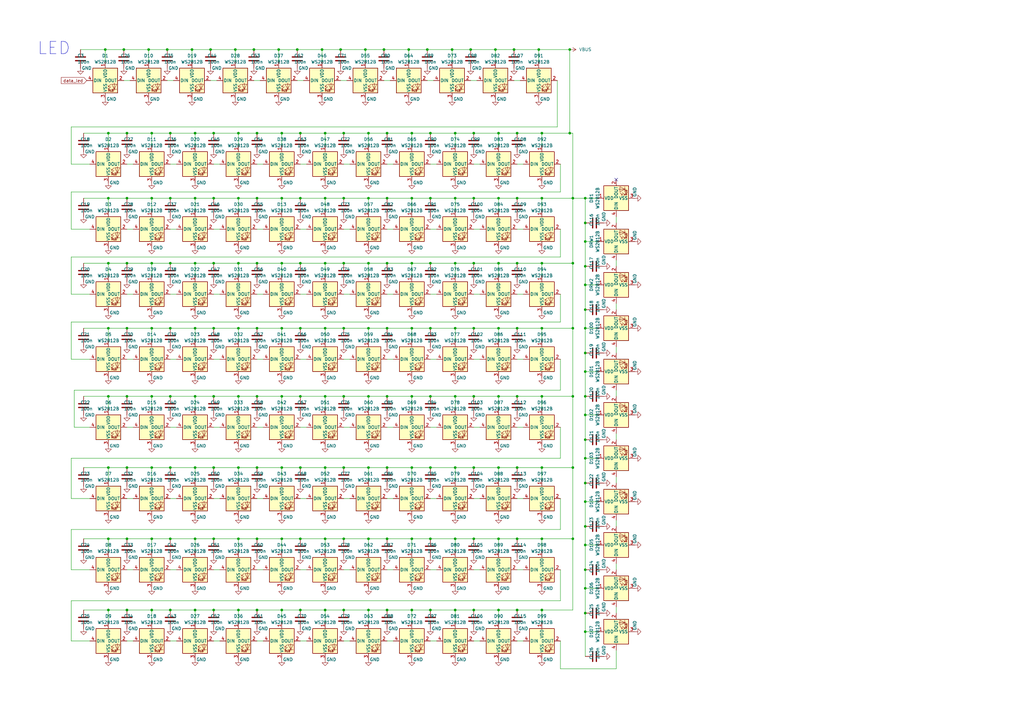
<source format=kicad_sch>
(kicad_sch (version 20230121) (generator eeschema)
  (paper "A3")
  (junction (at 194.31 162.56))
  (junction (at 80.01 134.62))
  (junction (at 204.47 162.56))
  (junction (at 133.35 81.28))
  (junction (at 62.23 220.98))
  (junction (at 203.2 20.32))
  (junction (at 204.47 107.95))
  (junction (at 80.01 107.95))
  (junction (at 176.53 162.56))
  (junction (at 69.85 191.77))
  (junction (at 186.69 81.28))
  (junction (at 105.41 107.95))
  (junction (at 44.45 107.95))
  (junction (at 234.95 162.56))
  (junction (at 176.53 134.62))
  (junction (at 240.03 162.56))
  (junction (at 212.09 250.19))
  (junction (at 52.07 81.28))
  (junction (at 87.63 220.98))
  (junction (at 151.13 220.98))
  (junction (at 158.75 250.19))
  (junction (at 222.25 54.61))
  (junction (at 80.01 81.28))
  (junction (at 105.41 134.62))
  (junction (at 176.53 54.61))
  (junction (at 194.31 250.19))
  (junction (at 140.97 250.19))
  (junction (at 44.45 250.19))
  (junction (at 222.25 107.95))
  (junction (at 69.85 250.19))
  (junction (at 234.95 220.98))
  (junction (at 193.04 20.32))
  (junction (at 186.69 220.98))
  (junction (at 97.79 81.28))
  (junction (at 80.01 191.77))
  (junction (at 133.35 162.56))
  (junction (at 168.91 162.56))
  (junction (at 186.69 107.95))
  (junction (at 194.31 54.61))
  (junction (at 97.79 162.56))
  (junction (at 97.79 54.61))
  (junction (at 158.75 81.28))
  (junction (at 234.95 107.95))
  (junction (at 240.03 81.28))
  (junction (at 69.85 162.56))
  (junction (at 105.41 250.19))
  (junction (at 140.97 191.77))
  (junction (at 123.19 54.61))
  (junction (at 140.97 107.95))
  (junction (at 87.63 250.19))
  (junction (at 62.23 134.62))
  (junction (at 115.57 81.28))
  (junction (at 240.03 259.08))
  (junction (at 44.45 54.61))
  (junction (at 123.19 191.77))
  (junction (at 115.57 191.77))
  (junction (at 44.45 81.28))
  (junction (at 212.09 54.61))
  (junction (at 62.23 107.95))
  (junction (at 194.31 134.62))
  (junction (at 157.48 20.32))
  (junction (at 44.45 220.98))
  (junction (at 204.47 54.61))
  (junction (at 80.01 54.61))
  (junction (at 140.97 220.98))
  (junction (at 240.03 152.4))
  (junction (at 140.97 81.28))
  (junction (at 123.19 81.28))
  (junction (at 62.23 191.77))
  (junction (at 139.7 20.32))
  (junction (at 97.79 250.19))
  (junction (at 240.03 241.3))
  (junction (at 204.47 81.28))
  (junction (at 176.53 220.98))
  (junction (at 240.03 205.74))
  (junction (at 220.98 20.32))
  (junction (at 149.86 20.32))
  (junction (at 240.03 116.84))
  (junction (at 158.75 220.98))
  (junction (at 62.23 162.56))
  (junction (at 132.08 20.32))
  (junction (at 140.97 134.62))
  (junction (at 52.07 250.19))
  (junction (at 52.07 191.77))
  (junction (at 240.03 109.22))
  (junction (at 158.75 54.61))
  (junction (at 133.35 250.19))
  (junction (at 212.09 191.77))
  (junction (at 168.91 81.28))
  (junction (at 80.01 250.19))
  (junction (at 240.03 187.96))
  (junction (at 158.75 162.56))
  (junction (at 115.57 107.95))
  (junction (at 86.36 20.32))
  (junction (at 87.63 162.56))
  (junction (at 151.13 81.28))
  (junction (at 105.41 81.28))
  (junction (at 194.31 107.95))
  (junction (at 240.03 99.06))
  (junction (at 194.31 220.98))
  (junction (at 52.07 54.61))
  (junction (at 44.45 134.62))
  (junction (at 62.23 250.19))
  (junction (at 69.85 107.95))
  (junction (at 97.79 107.95))
  (junction (at 204.47 220.98))
  (junction (at 194.31 191.77))
  (junction (at 151.13 191.77))
  (junction (at 44.45 191.77))
  (junction (at 105.41 162.56))
  (junction (at 222.25 250.19))
  (junction (at 133.35 54.61))
  (junction (at 234.95 191.77))
  (junction (at 176.53 81.28))
  (junction (at 133.35 134.62))
  (junction (at 123.19 134.62))
  (junction (at 133.35 220.98))
  (junction (at 168.91 191.77))
  (junction (at 222.25 134.62))
  (junction (at 204.47 191.77))
  (junction (at 114.3 20.32))
  (junction (at 233.68 20.32))
  (junction (at 97.79 134.62))
  (junction (at 222.25 162.56))
  (junction (at 240.03 134.62))
  (junction (at 151.13 107.95))
  (junction (at 52.07 107.95))
  (junction (at 104.14 20.32))
  (junction (at 52.07 134.62))
  (junction (at 151.13 250.19))
  (junction (at 105.41 54.61))
  (junction (at 158.75 191.77))
  (junction (at 212.09 220.98))
  (junction (at 240.03 170.18))
  (junction (at 240.03 144.78))
  (junction (at 62.23 81.28))
  (junction (at 168.91 250.19))
  (junction (at 133.35 191.77))
  (junction (at 212.09 81.28))
  (junction (at 50.8 20.32))
  (junction (at 87.63 107.95))
  (junction (at 151.13 162.56))
  (junction (at 151.13 134.62))
  (junction (at 69.85 81.28))
  (junction (at 158.75 107.95))
  (junction (at 80.01 162.56))
  (junction (at 240.03 233.68))
  (junction (at 240.03 223.52))
  (junction (at 97.79 191.77))
  (junction (at 186.69 250.19))
  (junction (at 186.69 54.61))
  (junction (at 240.03 198.12))
  (junction (at 62.23 54.61))
  (junction (at 52.07 162.56))
  (junction (at 167.64 20.32))
  (junction (at 123.19 162.56))
  (junction (at 87.63 81.28))
  (junction (at 168.91 107.95))
  (junction (at 80.01 220.98))
  (junction (at 240.03 180.34))
  (junction (at 212.09 134.62))
  (junction (at 133.35 107.95))
  (junction (at 176.53 191.77))
  (junction (at 176.53 107.95))
  (junction (at 158.75 134.62))
  (junction (at 185.42 20.32))
  (junction (at 115.57 134.62))
  (junction (at 176.53 250.19))
  (junction (at 140.97 162.56))
  (junction (at 115.57 54.61))
  (junction (at 121.92 20.32))
  (junction (at 69.85 54.61))
  (junction (at 168.91 54.61))
  (junction (at 233.68 54.61))
  (junction (at 105.41 220.98))
  (junction (at 151.13 54.61))
  (junction (at 240.03 127))
  (junction (at 222.25 220.98))
  (junction (at 234.95 81.28))
  (junction (at 97.79 220.98))
  (junction (at 204.47 250.19))
  (junction (at 240.03 215.9))
  (junction (at 222.25 81.28))
  (junction (at 240.03 251.46))
  (junction (at 123.19 250.19))
  (junction (at 168.91 220.98))
  (junction (at 52.07 220.98))
  (junction (at 140.97 54.61))
  (junction (at 234.95 134.62))
  (junction (at 175.26 20.32))
  (junction (at 186.69 134.62))
  (junction (at 78.74 20.32))
  (junction (at 212.09 162.56))
  (junction (at 87.63 134.62))
  (junction (at 115.57 162.56))
  (junction (at 105.41 191.77))
  (junction (at 115.57 220.98))
  (junction (at 123.19 220.98))
  (junction (at 60.96 20.32))
  (junction (at 186.69 191.77))
  (junction (at 115.57 250.19))
  (junction (at 87.63 191.77))
  (junction (at 69.85 134.62))
  (junction (at 186.69 162.56))
  (junction (at 212.09 107.95))
  (junction (at 43.18 20.32))
  (junction (at 210.82 20.32))
  (junction (at 194.31 81.28))
  (junction (at 123.19 107.95))
  (junction (at 68.58 20.32))
  (junction (at 44.45 162.56))
  (junction (at 87.63 54.61))
  (junction (at 204.47 134.62))
  (junction (at 96.52 20.32))
  (junction (at 69.85 220.98))
  (junction (at 240.03 91.44))
  (junction (at 222.25 191.77))
  (junction (at 168.91 134.62))
  (no_connect (at 252.73 73.66))
  (wire (pts (xy 97.79 191.77) (xy 97.79 196.85)))
  (wire (pts (xy 30.48 175.26) (xy 36.83 175.26)))
  (wire (pts (xy 115.57 81.28) (xy 115.57 86.36)))
  (wire (pts (xy 240.03 180.34) (xy 240.03 170.18)))
  (wire (pts (xy 176.53 81.28) (xy 186.69 81.28)))
  (wire (pts (xy 222.25 162.56) (xy 234.95 162.56)))
  (wire (pts (xy 52.07 147.32) (xy 54.61 147.32)))
  (wire (pts (xy 69.85 120.65) (xy 72.39 120.65)))
  (wire (pts (xy 240.03 251.46) (xy 240.03 241.3)))
  (wire (pts (xy 133.35 191.77) (xy 133.35 196.85)))
  (wire (pts (xy 222.25 81.28) (xy 222.25 86.36)))
  (wire (pts (xy 222.25 250.19) (xy 222.25 255.27)))
  (wire (pts (xy 133.35 54.61) (xy 133.35 59.69)))
  (wire (pts (xy 222.25 191.77) (xy 234.95 191.77)))
  (wire (pts (xy 151.13 54.61) (xy 151.13 59.69)))
  (wire (pts (xy 105.41 175.26) (xy 107.95 175.26)))
  (wire (pts (xy 50.8 33.02) (xy 53.34 33.02)))
  (wire (pts (xy 158.75 262.89) (xy 161.29 262.89)))
  (wire (pts (xy 133.35 54.61) (xy 140.97 54.61)))
  (wire (pts (xy 69.85 175.26) (xy 72.39 175.26)))
  (wire (pts (xy 29.21 132.08) (xy 29.21 147.32)))
  (wire (pts (xy 34.29 162.56) (xy 44.45 162.56)))
  (wire (pts (xy 123.19 81.28) (xy 133.35 81.28)))
  (wire (pts (xy 68.58 20.32) (xy 78.74 20.32)))
  (wire (pts (xy 44.45 250.19) (xy 44.45 255.27)))
  (wire (pts (xy 115.57 134.62) (xy 115.57 139.7)))
  (wire (pts (xy 240.03 215.9) (xy 240.03 205.74)))
  (wire (pts (xy 52.07 233.68) (xy 54.61 233.68)))
  (wire (pts (xy 132.08 20.32) (xy 132.08 25.4)))
  (wire (pts (xy 212.09 93.98) (xy 214.63 93.98)))
  (wire (pts (xy 97.79 162.56) (xy 105.41 162.56)))
  (wire (pts (xy 222.25 220.98) (xy 234.95 220.98)))
  (wire (pts (xy 185.42 20.32) (xy 185.42 25.4)))
  (wire (pts (xy 229.87 187.96) (xy 29.21 187.96)))
  (wire (pts (xy 105.41 93.98) (xy 107.95 93.98)))
  (wire (pts (xy 34.29 250.19) (xy 44.45 250.19)))
  (wire (pts (xy 69.85 204.47) (xy 72.39 204.47)))
  (wire (pts (xy 43.18 20.32) (xy 50.8 20.32)))
  (wire (pts (xy 212.09 147.32) (xy 214.63 147.32)))
  (wire (pts (xy 240.03 134.62) (xy 245.11 134.62)))
  (wire (pts (xy 193.04 33.02) (xy 195.58 33.02)))
  (wire (pts (xy 151.13 220.98) (xy 151.13 226.06)))
  (wire (pts (xy 123.19 250.19) (xy 133.35 250.19)))
  (wire (pts (xy 252.73 127) (xy 252.73 124.46)))
  (wire (pts (xy 240.03 223.52) (xy 240.03 215.9)))
  (wire (pts (xy 52.07 204.47) (xy 54.61 204.47)))
  (wire (pts (xy 133.35 81.28) (xy 133.35 86.36)))
  (wire (pts (xy 194.31 233.68) (xy 196.85 233.68)))
  (wire (pts (xy 168.91 162.56) (xy 176.53 162.56)))
  (wire (pts (xy 123.19 204.47) (xy 125.73 204.47)))
  (wire (pts (xy 140.97 107.95) (xy 151.13 107.95)))
  (wire (pts (xy 158.75 250.19) (xy 168.91 250.19)))
  (wire (pts (xy 151.13 107.95) (xy 151.13 113.03)))
  (wire (pts (xy 158.75 54.61) (xy 168.91 54.61)))
  (wire (pts (xy 87.63 147.32) (xy 90.17 147.32)))
  (wire (pts (xy 80.01 107.95) (xy 80.01 113.03)))
  (wire (pts (xy 234.95 81.28) (xy 234.95 107.95)))
  (wire (pts (xy 158.75 162.56) (xy 168.91 162.56)))
  (wire (pts (xy 151.13 162.56) (xy 151.13 167.64)))
  (wire (pts (xy 123.19 233.68) (xy 125.73 233.68)))
  (wire (pts (xy 151.13 191.77) (xy 158.75 191.77)))
  (wire (pts (xy 97.79 162.56) (xy 97.79 167.64)))
  (wire (pts (xy 149.86 20.32) (xy 157.48 20.32)))
  (wire (pts (xy 52.07 67.31) (xy 54.61 67.31)))
  (wire (pts (xy 168.91 54.61) (xy 168.91 59.69)))
  (wire (pts (xy 194.31 175.26) (xy 196.85 175.26)))
  (wire (pts (xy 204.47 191.77) (xy 212.09 191.77)))
  (wire (pts (xy 151.13 134.62) (xy 151.13 139.7)))
  (wire (pts (xy 194.31 147.32) (xy 196.85 147.32)))
  (wire (pts (xy 185.42 20.32) (xy 193.04 20.32)))
  (wire (pts (xy 60.96 20.32) (xy 68.58 20.32)))
  (wire (pts (xy 123.19 220.98) (xy 133.35 220.98)))
  (wire (pts (xy 222.25 162.56) (xy 222.25 167.64)))
  (wire (pts (xy 222.25 250.19) (xy 234.95 250.19)))
  (wire (pts (xy 87.63 204.47) (xy 90.17 204.47)))
  (wire (pts (xy 97.79 54.61) (xy 97.79 59.69)))
  (wire (pts (xy 186.69 81.28) (xy 194.31 81.28)))
  (wire (pts (xy 252.73 91.44) (xy 252.73 88.9)))
  (wire (pts (xy 240.03 152.4) (xy 240.03 144.78)))
  (wire (pts (xy 194.31 191.77) (xy 204.47 191.77)))
  (wire (pts (xy 133.35 162.56) (xy 133.35 167.64)))
  (wire (pts (xy 105.41 262.89) (xy 107.95 262.89)))
  (wire (pts (xy 240.03 144.78) (xy 240.03 134.62)))
  (wire (pts (xy 97.79 250.19) (xy 97.79 255.27)))
  (wire (pts (xy 240.03 170.18) (xy 245.11 170.18)))
  (wire (pts (xy 133.35 191.77) (xy 140.97 191.77)))
  (wire (pts (xy 240.03 259.08) (xy 245.11 259.08)))
  (wire (pts (xy 105.41 54.61) (xy 115.57 54.61)))
  (wire (pts (xy 69.85 54.61) (xy 80.01 54.61)))
  (wire (pts (xy 105.41 250.19) (xy 115.57 250.19)))
  (wire (pts (xy 186.69 107.95) (xy 194.31 107.95)))
  (wire (pts (xy 139.7 20.32) (xy 149.86 20.32)))
  (wire (pts (xy 97.79 134.62) (xy 97.79 139.7)))
  (wire (pts (xy 175.26 33.02) (xy 177.8 33.02)))
  (wire (pts (xy 44.45 107.95) (xy 52.07 107.95)))
  (wire (pts (xy 44.45 134.62) (xy 52.07 134.62)))
  (wire (pts (xy 115.57 54.61) (xy 123.19 54.61)))
  (wire (pts (xy 194.31 162.56) (xy 204.47 162.56)))
  (wire (pts (xy 229.87 132.08) (xy 29.21 132.08)))
  (wire (pts (xy 69.85 233.68) (xy 72.39 233.68)))
  (wire (pts (xy 105.41 220.98) (xy 115.57 220.98)))
  (wire (pts (xy 222.25 54.61) (xy 222.25 59.69)))
  (wire (pts (xy 168.91 162.56) (xy 168.91 167.64)))
  (wire (pts (xy 87.63 220.98) (xy 97.79 220.98)))
  (wire (pts (xy 176.53 250.19) (xy 186.69 250.19)))
  (wire (pts (xy 240.03 187.96) (xy 240.03 180.34)))
  (wire (pts (xy 212.09 67.31) (xy 214.63 67.31)))
  (wire (pts (xy 194.31 81.28) (xy 204.47 81.28)))
  (wire (pts (xy 229.87 93.98) (xy 229.87 105.41)))
  (wire (pts (xy 140.97 134.62) (xy 151.13 134.62)))
  (wire (pts (xy 52.07 220.98) (xy 62.23 220.98)))
  (wire (pts (xy 158.75 107.95) (xy 168.91 107.95)))
  (wire (pts (xy 252.73 215.9) (xy 252.73 213.36)))
  (wire (pts (xy 123.19 67.31) (xy 125.73 67.31)))
  (wire (pts (xy 194.31 262.89) (xy 196.85 262.89)))
  (wire (pts (xy 69.85 191.77) (xy 80.01 191.77)))
  (wire (pts (xy 222.25 134.62) (xy 234.95 134.62)))
  (wire (pts (xy 123.19 107.95) (xy 133.35 107.95)))
  (wire (pts (xy 151.13 220.98) (xy 158.75 220.98)))
  (wire (pts (xy 151.13 81.28) (xy 158.75 81.28)))
  (wire (pts (xy 151.13 54.61) (xy 158.75 54.61)))
  (wire (pts (xy 240.03 205.74) (xy 245.11 205.74)))
  (wire (pts (xy 50.8 20.32) (xy 60.96 20.32)))
  (wire (pts (xy 29.21 246.38) (xy 29.21 262.89)))
  (wire (pts (xy 151.13 250.19) (xy 158.75 250.19)))
  (wire (pts (xy 52.07 134.62) (xy 62.23 134.62)))
  (wire (pts (xy 229.87 175.26) (xy 229.87 187.96)))
  (wire (pts (xy 229.87 204.47) (xy 229.87 217.17)))
  (wire (pts (xy 105.41 120.65) (xy 107.95 120.65)))
  (wire (pts (xy 87.63 120.65) (xy 90.17 120.65)))
  (wire (pts (xy 158.75 204.47) (xy 161.29 204.47)))
  (wire (pts (xy 204.47 162.56) (xy 204.47 167.64)))
  (wire (pts (xy 140.97 191.77) (xy 151.13 191.77)))
  (wire (pts (xy 240.03 91.44) (xy 240.03 81.28)))
  (wire (pts (xy 69.85 134.62) (xy 80.01 134.62)))
  (wire (pts (xy 204.47 134.62) (xy 212.09 134.62)))
  (wire (pts (xy 240.03 134.62) (xy 240.03 127)))
  (wire (pts (xy 29.21 67.31) (xy 36.83 67.31)))
  (wire (pts (xy 29.21 78.74) (xy 29.21 93.98)))
  (wire (pts (xy 44.45 54.61) (xy 44.45 59.69)))
  (wire (pts (xy 34.29 191.77) (xy 44.45 191.77)))
  (wire (pts (xy 204.47 107.95) (xy 204.47 113.03)))
  (wire (pts (xy 212.09 120.65) (xy 214.63 120.65)))
  (wire (pts (xy 229.87 274.32) (xy 252.73 274.32)))
  (wire (pts (xy 229.87 246.38) (xy 29.21 246.38)))
  (wire (pts (xy 52.07 81.28) (xy 62.23 81.28)))
  (wire (pts (xy 229.87 262.89) (xy 229.87 274.32)))
  (wire (pts (xy 140.97 250.19) (xy 151.13 250.19)))
  (wire (pts (xy 186.69 191.77) (xy 186.69 196.85)))
  (wire (pts (xy 151.13 162.56) (xy 158.75 162.56)))
  (wire (pts (xy 204.47 134.62) (xy 204.47 139.7)))
  (wire (pts (xy 176.53 233.68) (xy 179.07 233.68)))
  (wire (pts (xy 132.08 20.32) (xy 139.7 20.32)))
  (wire (pts (xy 87.63 134.62) (xy 97.79 134.62)))
  (wire (pts (xy 133.35 250.19) (xy 133.35 255.27)))
  (wire (pts (xy 158.75 147.32) (xy 161.29 147.32)))
  (wire (pts (xy 222.25 107.95) (xy 222.25 113.03)))
  (wire (pts (xy 204.47 220.98) (xy 204.47 226.06)))
  (wire (pts (xy 240.03 241.3) (xy 245.11 241.3)))
  (wire (pts (xy 240.03 81.28) (xy 245.11 81.28)))
  (wire (pts (xy 168.91 220.98) (xy 168.91 226.06)))
  (wire (pts (xy 115.57 162.56) (xy 123.19 162.56)))
  (wire (pts (xy 157.48 20.32) (xy 167.64 20.32)))
  (wire (pts (xy 204.47 220.98) (xy 212.09 220.98)))
  (wire (pts (xy 234.95 191.77) (xy 234.95 162.56)))
  (wire (pts (xy 158.75 220.98) (xy 168.91 220.98)))
  (wire (pts (xy 52.07 120.65) (xy 54.61 120.65)))
  (wire (pts (xy 105.41 81.28) (xy 115.57 81.28)))
  (wire (pts (xy 204.47 54.61) (xy 212.09 54.61)))
  (wire (pts (xy 62.23 54.61) (xy 62.23 59.69)))
  (wire (pts (xy 168.91 81.28) (xy 176.53 81.28)))
  (wire (pts (xy 252.73 162.56) (xy 252.73 160.02)))
  (wire (pts (xy 96.52 20.32) (xy 104.14 20.32)))
  (wire (pts (xy 176.53 191.77) (xy 186.69 191.77)))
  (wire (pts (xy 139.7 33.02) (xy 142.24 33.02)))
  (wire (pts (xy 87.63 81.28) (xy 97.79 81.28)))
  (wire (pts (xy 62.23 162.56) (xy 69.85 162.56)))
  (wire (pts (xy 176.53 220.98) (xy 186.69 220.98)))
  (wire (pts (xy 140.97 147.32) (xy 143.51 147.32)))
  (wire (pts (xy 229.87 233.68) (xy 229.87 246.38)))
  (wire (pts (xy 97.79 107.95) (xy 105.41 107.95)))
  (wire (pts (xy 105.41 107.95) (xy 115.57 107.95)))
  (wire (pts (xy 186.69 134.62) (xy 186.69 139.7)))
  (wire (pts (xy 105.41 191.77) (xy 115.57 191.77)))
  (wire (pts (xy 44.45 107.95) (xy 44.45 113.03)))
  (wire (pts (xy 104.14 20.32) (xy 114.3 20.32)))
  (wire (pts (xy 212.09 54.61) (xy 222.25 54.61)))
  (wire (pts (xy 123.19 175.26) (xy 125.73 175.26)))
  (wire (pts (xy 194.31 250.19) (xy 204.47 250.19)))
  (wire (pts (xy 44.45 220.98) (xy 44.45 226.06)))
  (wire (pts (xy 167.64 20.32) (xy 167.64 25.4)))
  (wire (pts (xy 194.31 54.61) (xy 204.47 54.61)))
  (wire (pts (xy 52.07 262.89) (xy 54.61 262.89)))
  (wire (pts (xy 228.6 33.02) (xy 228.6 52.07)))
  (wire (pts (xy 121.92 33.02) (xy 124.46 33.02)))
  (wire (pts (xy 87.63 250.19) (xy 97.79 250.19)))
  (wire (pts (xy 115.57 191.77) (xy 123.19 191.77)))
  (wire (pts (xy 44.45 162.56) (xy 52.07 162.56)))
  (wire (pts (xy 204.47 81.28) (xy 204.47 86.36)))
  (wire (pts (xy 96.52 20.32) (xy 96.52 25.4)))
  (wire (pts (xy 186.69 250.19) (xy 194.31 250.19)))
  (wire (pts (xy 168.91 107.95) (xy 168.91 113.03)))
  (wire (pts (xy 105.41 204.47) (xy 107.95 204.47)))
  (wire (pts (xy 140.97 162.56) (xy 151.13 162.56)))
  (wire (pts (xy 69.85 250.19) (xy 80.01 250.19)))
  (wire (pts (xy 97.79 81.28) (xy 105.41 81.28)))
  (wire (pts (xy 86.36 20.32) (xy 96.52 20.32)))
  (wire (pts (xy 240.03 170.18) (xy 240.03 162.56)))
  (wire (pts (xy 194.31 107.95) (xy 204.47 107.95)))
  (wire (pts (xy 34.29 220.98) (xy 44.45 220.98)))
  (wire (pts (xy 29.21 204.47) (xy 36.83 204.47)))
  (wire (pts (xy 62.23 54.61) (xy 69.85 54.61)))
  (wire (pts (xy 133.35 107.95) (xy 140.97 107.95)))
  (wire (pts (xy 105.41 162.56) (xy 115.57 162.56)))
  (wire (pts (xy 212.09 250.19) (xy 222.25 250.19)))
  (wire (pts (xy 252.73 180.34) (xy 252.73 177.8)))
  (wire (pts (xy 29.21 262.89) (xy 36.83 262.89)))
  (wire (pts (xy 168.91 107.95) (xy 176.53 107.95)))
  (wire (pts (xy 151.13 191.77) (xy 151.13 196.85)))
  (wire (pts (xy 140.97 204.47) (xy 143.51 204.47)))
  (wire (pts (xy 97.79 220.98) (xy 97.79 226.06)))
  (wire (pts (xy 78.74 20.32) (xy 78.74 25.4)))
  (wire (pts (xy 123.19 120.65) (xy 125.73 120.65)))
  (wire (pts (xy 240.03 127) (xy 240.03 116.84)))
  (wire (pts (xy 204.47 81.28) (xy 212.09 81.28)))
  (wire (pts (xy 52.07 250.19) (xy 62.23 250.19)))
  (wire (pts (xy 87.63 262.89) (xy 90.17 262.89)))
  (wire (pts (xy 97.79 54.61) (xy 105.41 54.61)))
  (wire (pts (xy 87.63 93.98) (xy 90.17 93.98)))
  (wire (pts (xy 252.73 233.68) (xy 252.73 231.14)))
  (wire (pts (xy 167.64 20.32) (xy 175.26 20.32)))
  (wire (pts (xy 80.01 54.61) (xy 87.63 54.61)))
  (wire (pts (xy 158.75 93.98) (xy 161.29 93.98)))
  (wire (pts (xy 115.57 250.19) (xy 123.19 250.19)))
  (wire (pts (xy 186.69 107.95) (xy 186.69 113.03)))
  (wire (pts (xy 140.97 175.26) (xy 143.51 175.26)))
  (wire (pts (xy 204.47 250.19) (xy 212.09 250.19)))
  (wire (pts (xy 212.09 107.95) (xy 222.25 107.95)))
  (wire (pts (xy 80.01 81.28) (xy 80.01 86.36)))
  (wire (pts (xy 186.69 191.77) (xy 194.31 191.77)))
  (wire (pts (xy 204.47 162.56) (xy 212.09 162.56)))
  (wire (pts (xy 62.23 107.95) (xy 69.85 107.95)))
  (wire (pts (xy 204.47 250.19) (xy 204.47 255.27)))
  (wire (pts (xy 34.29 81.28) (xy 44.45 81.28)))
  (wire (pts (xy 115.57 81.28) (xy 123.19 81.28)))
  (wire (pts (xy 80.01 250.19) (xy 80.01 255.27)))
  (wire (pts (xy 52.07 54.61) (xy 62.23 54.61)))
  (wire (pts (xy 133.35 220.98) (xy 140.97 220.98)))
  (wire (pts (xy 240.03 162.56) (xy 240.03 152.4)))
  (wire (pts (xy 133.35 220.98) (xy 133.35 226.06)))
  (wire (pts (xy 194.31 120.65) (xy 196.85 120.65)))
  (wire (pts (xy 140.97 67.31) (xy 143.51 67.31)))
  (wire (pts (xy 210.82 33.02) (xy 213.36 33.02)))
  (wire (pts (xy 97.79 81.28) (xy 97.79 86.36)))
  (wire (pts (xy 30.48 160.02) (xy 30.48 175.26)))
  (wire (pts (xy 140.97 93.98) (xy 143.51 93.98)))
  (wire (pts (xy 44.45 54.61) (xy 52.07 54.61)))
  (wire (pts (xy 168.91 250.19) (xy 168.91 255.27)))
  (wire (pts (xy 80.01 107.95) (xy 87.63 107.95)))
  (wire (pts (xy 240.03 152.4) (xy 245.11 152.4)))
  (wire (pts (xy 62.23 81.28) (xy 62.23 86.36)))
  (wire (pts (xy 69.85 107.95) (xy 80.01 107.95)))
  (wire (pts (xy 105.41 147.32) (xy 107.95 147.32)))
  (wire (pts (xy 193.04 20.32) (xy 203.2 20.32)))
  (wire (pts (xy 140.97 54.61) (xy 151.13 54.61)))
  (wire (pts (xy 194.31 67.31) (xy 196.85 67.31)))
  (wire (pts (xy 44.45 81.28) (xy 44.45 86.36)))
  (wire (pts (xy 123.19 93.98) (xy 125.73 93.98)))
  (wire (pts (xy 220.98 20.32) (xy 233.68 20.32)))
  (wire (pts (xy 87.63 191.77) (xy 97.79 191.77)))
  (wire (pts (xy 80.01 81.28) (xy 87.63 81.28)))
  (wire (pts (xy 158.75 233.68) (xy 161.29 233.68)))
  (wire (pts (xy 176.53 120.65) (xy 179.07 120.65)))
  (wire (pts (xy 52.07 93.98) (xy 54.61 93.98)))
  (wire (pts (xy 220.98 20.32) (xy 220.98 25.4)))
  (wire (pts (xy 114.3 20.32) (xy 114.3 25.4)))
  (wire (pts (xy 229.87 120.65) (xy 229.87 132.08)))
  (wire (pts (xy 44.45 250.19) (xy 52.07 250.19)))
  (wire (pts (xy 115.57 107.95) (xy 123.19 107.95)))
  (wire (pts (xy 240.03 198.12) (xy 240.03 187.96)))
  (wire (pts (xy 176.53 93.98) (xy 179.07 93.98)))
  (wire (pts (xy 115.57 250.19) (xy 115.57 255.27)))
  (wire (pts (xy 175.26 20.32) (xy 185.42 20.32)))
  (wire (pts (xy 29.21 52.07) (xy 29.21 67.31)))
  (wire (pts (xy 157.48 33.02) (xy 160.02 33.02)))
  (wire (pts (xy 240.03 187.96) (xy 245.11 187.96)))
  (wire (pts (xy 229.87 78.74) (xy 29.21 78.74)))
  (wire (pts (xy 158.75 134.62) (xy 168.91 134.62)))
  (wire (pts (xy 104.14 33.02) (xy 106.68 33.02)))
  (wire (pts (xy 114.3 20.32) (xy 121.92 20.32)))
  (wire (pts (xy 69.85 67.31) (xy 72.39 67.31)))
  (wire (pts (xy 158.75 67.31) (xy 161.29 67.31)))
  (wire (pts (xy 29.21 93.98) (xy 36.83 93.98)))
  (wire (pts (xy 186.69 54.61) (xy 194.31 54.61)))
  (wire (pts (xy 168.91 54.61) (xy 176.53 54.61)))
  (wire (pts (xy 158.75 175.26) (xy 161.29 175.26)))
  (wire (pts (xy 240.03 116.84) (xy 245.11 116.84)))
  (wire (pts (xy 29.21 187.96) (xy 29.21 204.47)))
  (wire (pts (xy 115.57 107.95) (xy 115.57 113.03)))
  (wire (pts (xy 203.2 20.32) (xy 203.2 25.4)))
  (wire (pts (xy 176.53 175.26) (xy 179.07 175.26)))
  (wire (pts (xy 240.03 223.52) (xy 245.11 223.52)))
  (wire (pts (xy 234.95 250.19) (xy 234.95 220.98)))
  (wire (pts (xy 186.69 54.61) (xy 186.69 59.69)))
  (wire (pts (xy 115.57 220.98) (xy 123.19 220.98)))
  (wire (pts (xy 234.95 81.28) (xy 240.03 81.28)))
  (wire (pts (xy 62.23 250.19) (xy 69.85 250.19)))
  (wire (pts (xy 133.35 134.62) (xy 140.97 134.62)))
  (wire (pts (xy 133.35 107.95) (xy 133.35 113.03)))
  (wire (pts (xy 68.58 33.02) (xy 71.12 33.02)))
  (wire (pts (xy 222.25 134.62) (xy 222.25 139.7)))
  (wire (pts (xy 78.74 20.32) (xy 86.36 20.32)))
  (wire (pts (xy 168.91 250.19) (xy 176.53 250.19)))
  (wire (pts (xy 240.03 241.3) (xy 240.03 233.68)))
  (wire (pts (xy 115.57 191.77) (xy 115.57 196.85)))
  (wire (pts (xy 252.73 144.78) (xy 252.73 142.24)))
  (wire (pts (xy 240.03 109.22) (xy 240.03 99.06)))
  (wire (pts (xy 29.21 52.07) (xy 228.6 52.07)))
  (wire (pts (xy 233.68 54.61) (xy 233.68 20.32)))
  (wire (pts (xy 52.07 175.26) (xy 54.61 175.26)))
  (wire (pts (xy 43.18 20.32) (xy 43.18 25.4)))
  (wire (pts (xy 105.41 233.68) (xy 107.95 233.68)))
  (wire (pts (xy 212.09 175.26) (xy 214.63 175.26)))
  (wire (pts (xy 62.23 220.98) (xy 69.85 220.98)))
  (wire (pts (xy 123.19 147.32) (xy 125.73 147.32)))
  (wire (pts (xy 212.09 81.28) (xy 222.25 81.28)))
  (wire (pts (xy 240.03 259.08) (xy 240.03 251.46)))
  (wire (pts (xy 140.97 220.98) (xy 151.13 220.98)))
  (wire (pts (xy 168.91 191.77) (xy 168.91 196.85)))
  (wire (pts (xy 240.03 99.06) (xy 240.03 91.44)))
  (wire (pts (xy 44.45 191.77) (xy 52.07 191.77)))
  (wire (pts (xy 62.23 220.98) (xy 62.23 226.06)))
  (wire (pts (xy 240.03 205.74) (xy 240.03 198.12)))
  (wire (pts (xy 212.09 162.56) (xy 222.25 162.56)))
  (wire (pts (xy 194.31 204.47) (xy 196.85 204.47)))
  (wire (pts (xy 140.97 233.68) (xy 143.51 233.68)))
  (wire (pts (xy 97.79 107.95) (xy 97.79 113.03)))
  (wire (pts (xy 168.91 220.98) (xy 176.53 220.98)))
  (wire (pts (xy 29.21 105.41) (xy 29.21 120.65)))
  (wire (pts (xy 204.47 107.95) (xy 212.09 107.95)))
  (wire (pts (xy 168.91 134.62) (xy 168.91 139.7)))
  (wire (pts (xy 34.29 134.62) (xy 44.45 134.62)))
  (wire (pts (xy 80.01 134.62) (xy 80.01 139.7)))
  (wire (pts (xy 212.09 204.47) (xy 214.63 204.47)))
  (wire (pts (xy 240.03 233.68) (xy 240.03 223.52)))
  (wire (pts (xy 222.25 107.95) (xy 234.95 107.95)))
  (wire (pts (xy 44.45 134.62) (xy 44.45 139.7)))
  (wire (pts (xy 222.25 54.61) (xy 233.68 54.61)))
  (wire (pts (xy 87.63 175.26) (xy 90.17 175.26)))
  (wire (pts (xy 186.69 220.98) (xy 194.31 220.98)))
  (wire (pts (xy 212.09 233.68) (xy 214.63 233.68)))
  (wire (pts (xy 97.79 191.77) (xy 105.41 191.77)))
  (wire (pts (xy 80.01 162.56) (xy 87.63 162.56)))
  (wire (pts (xy 151.13 250.19) (xy 151.13 255.27)))
  (wire (pts (xy 229.87 160.02) (xy 30.48 160.02)))
  (wire (pts (xy 69.85 147.32) (xy 72.39 147.32)))
  (wire (pts (xy 44.45 220.98) (xy 52.07 220.98)))
  (wire (pts (xy 252.73 198.12) (xy 252.73 195.58)))
  (wire (pts (xy 229.87 67.31) (xy 229.87 78.74)))
  (wire (pts (xy 176.53 67.31) (xy 179.07 67.31)))
  (wire (pts (xy 210.82 20.32) (xy 220.98 20.32)))
  (wire (pts (xy 80.01 134.62) (xy 87.63 134.62)))
  (wire (pts (xy 115.57 54.61) (xy 115.57 59.69)))
  (wire (pts (xy 151.13 81.28) (xy 151.13 86.36)))
  (wire (pts (xy 229.87 105.41) (xy 29.21 105.41)))
  (wire (pts (xy 123.19 191.77) (xy 133.35 191.77)))
  (wire (pts (xy 222.25 191.77) (xy 222.25 196.85)))
  (wire (pts (xy 133.35 250.19) (xy 140.97 250.19)))
  (wire (pts (xy 62.23 107.95) (xy 62.23 113.03)))
  (wire (pts (xy 158.75 120.65) (xy 161.29 120.65)))
  (wire (pts (xy 80.01 250.19) (xy 87.63 250.19)))
  (wire (pts (xy 158.75 191.77) (xy 168.91 191.77)))
  (wire (pts (xy 62.23 134.62) (xy 62.23 139.7)))
  (wire (pts (xy 233.68 54.61) (xy 234.95 54.61)))
  (wire (pts (xy 121.92 20.32) (xy 132.08 20.32)))
  (wire (pts (xy 229.87 217.17) (xy 29.21 217.17)))
  (wire (pts (xy 29.21 217.17) (xy 29.21 233.68)))
  (wire (pts (xy 252.73 274.32) (xy 252.73 266.7)))
  (wire (pts (xy 204.47 191.77) (xy 204.47 196.85)))
  (wire (pts (xy 80.01 191.77) (xy 87.63 191.77)))
  (wire (pts (xy 87.63 162.56) (xy 97.79 162.56)))
  (wire (pts (xy 80.01 162.56) (xy 80.01 167.64)))
  (wire (pts (xy 105.41 134.62) (xy 115.57 134.62)))
  (wire (pts (xy 222.25 81.28) (xy 234.95 81.28)))
  (wire (pts (xy 52.07 107.95) (xy 62.23 107.95)))
  (wire (pts (xy 44.45 162.56) (xy 44.45 167.64)))
  (wire (pts (xy 29.21 147.32) (xy 36.83 147.32)))
  (wire (pts (xy 123.19 162.56) (xy 133.35 162.56)))
  (wire (pts (xy 194.31 134.62) (xy 204.47 134.62)))
  (wire (pts (xy 186.69 134.62) (xy 194.31 134.62)))
  (wire (pts (xy 69.85 220.98) (xy 80.01 220.98)))
  (wire (pts (xy 234.95 220.98) (xy 234.95 191.77)))
  (wire (pts (xy 115.57 162.56) (xy 115.57 167.64)))
  (wire (pts (xy 186.69 162.56) (xy 186.69 167.64)))
  (wire (pts (xy 203.2 20.32) (xy 210.82 20.32)))
  (wire (pts (xy 194.31 220.98) (xy 204.47 220.98)))
  (wire (pts (xy 186.69 220.98) (xy 186.69 226.06)))
  (wire (pts (xy 69.85 93.98) (xy 72.39 93.98)))
  (wire (pts (xy 80.01 220.98) (xy 80.01 226.06)))
  (wire (pts (xy 212.09 220.98) (xy 222.25 220.98)))
  (wire (pts (xy 62.23 162.56) (xy 62.23 167.64)))
  (wire (pts (xy 123.19 262.89) (xy 125.73 262.89)))
  (wire (pts (xy 140.97 81.28) (xy 151.13 81.28)))
  (wire (pts (xy 105.41 67.31) (xy 107.95 67.31)))
  (wire (pts (xy 62.23 191.77) (xy 62.23 196.85)))
  (wire (pts (xy 80.01 54.61) (xy 80.01 59.69)))
  (wire (pts (xy 115.57 134.62) (xy 123.19 134.62)))
  (wire (pts (xy 234.95 134.62) (xy 234.95 107.95)))
  (wire (pts (xy 44.45 191.77) (xy 44.45 196.85)))
  (wire (pts (xy 34.29 54.61) (xy 44.45 54.61)))
  (wire (pts (xy 97.79 134.62) (xy 105.41 134.62)))
  (wire (pts (xy 149.86 20.32) (xy 149.86 25.4)))
  (wire (pts (xy 234.95 162.56) (xy 234.95 134.62)))
  (wire (pts (xy 34.29 107.95) (xy 44.45 107.95)))
  (wire (pts (xy 140.97 262.89) (xy 143.51 262.89)))
  (wire (pts (xy 80.01 220.98) (xy 87.63 220.98)))
  (wire (pts (xy 52.07 191.77) (xy 62.23 191.77)))
  (wire (pts (xy 87.63 107.95) (xy 97.79 107.95)))
  (wire (pts (xy 97.79 220.98) (xy 105.41 220.98)))
  (wire (pts (xy 44.45 81.28) (xy 52.07 81.28)))
  (wire (pts (xy 133.35 162.56) (xy 140.97 162.56)))
  (wire (pts (xy 123.19 54.61) (xy 133.35 54.61)))
  (wire (pts (xy 133.35 134.62) (xy 133.35 139.7)))
  (wire (pts (xy 33.02 20.32) (xy 43.18 20.32)))
  (wire (pts (xy 186.69 250.19) (xy 186.69 255.27)))
  (wire (pts (xy 176.53 162.56) (xy 186.69 162.56)))
  (wire (pts (xy 240.03 269.24) (xy 240.03 259.08)))
  (wire (pts (xy 115.57 220.98) (xy 115.57 226.06)))
  (wire (pts (xy 252.73 251.46) (xy 252.73 248.92)))
  (wire (pts (xy 29.21 120.65) (xy 36.83 120.65)))
  (wire (pts (xy 234.95 54.61) (xy 234.95 81.28)))
  (wire (pts (xy 151.13 107.95) (xy 158.75 107.95)))
  (wire (pts (xy 87.63 67.31) (xy 90.17 67.31)))
  (wire (pts (xy 176.53 262.89) (xy 179.07 262.89)))
  (wire (pts (xy 123.19 134.62) (xy 133.35 134.62)))
  (wire (pts (xy 186.69 162.56) (xy 194.31 162.56)))
  (wire (pts (xy 133.35 81.28) (xy 140.97 81.28)))
  (wire (pts (xy 62.23 134.62) (xy 69.85 134.62)))
  (wire (pts (xy 140.97 120.65) (xy 143.51 120.65)))
  (wire (pts (xy 69.85 262.89) (xy 72.39 262.89)))
  (wire (pts (xy 69.85 81.28) (xy 80.01 81.28)))
  (wire (pts (xy 194.31 93.98) (xy 196.85 93.98)))
  (wire (pts (xy 86.36 33.02) (xy 88.9 33.02)))
  (wire (pts (xy 62.23 81.28) (xy 69.85 81.28)))
  (wire (pts (xy 52.07 162.56) (xy 62.23 162.56)))
  (wire (pts (xy 212.09 134.62) (xy 222.25 134.62)))
  (wire (pts (xy 229.87 147.32) (xy 229.87 160.02)))
  (wire (pts (xy 240.03 99.06) (xy 245.11 99.06)))
  (wire (pts (xy 29.21 233.68) (xy 36.83 233.68)))
  (wire (pts (xy 176.53 134.62) (xy 186.69 134.62)))
  (wire (pts (xy 87.63 54.61) (xy 97.79 54.61)))
  (wire (pts (xy 240.03 116.84) (xy 240.03 109.22)))
  (wire (pts (xy 80.01 191.77) (xy 80.01 196.85)))
  (wire (pts (xy 176.53 107.95) (xy 186.69 107.95)))
  (wire (pts (xy 158.75 81.28) (xy 168.91 81.28)))
  (wire (pts (xy 204.47 54.61) (xy 204.47 59.69)))
  (wire (pts (xy 222.25 220.98) (xy 222.25 226.06)))
  (wire (pts (xy 176.53 204.47) (xy 179.07 204.47)))
  (wire (pts (xy 176.53 147.32) (xy 179.07 147.32)))
  (wire (pts (xy 186.69 81.28) (xy 186.69 86.36)))
  (wire (pts (xy 212.09 191.77) (xy 222.25 191.77)))
  (wire (pts (xy 62.23 250.19) (xy 62.23 255.27)))
  (wire (pts (xy 252.73 109.22) (xy 252.73 106.68)))
  (wire (pts (xy 168.91 81.28) (xy 168.91 86.36)))
  (wire (pts (xy 176.53 54.61) (xy 186.69 54.61)))
  (wire (pts (xy 62.23 191.77) (xy 69.85 191.77)))
  (wire (pts (xy 212.09 262.89) (xy 214.63 262.89)))
  (wire (pts (xy 60.96 20.32) (xy 60.96 25.4)))
  (wire (pts (xy 69.85 162.56) (xy 80.01 162.56)))
  (wire (pts (xy 168.91 134.62) (xy 176.53 134.62)))
  (wire (pts (xy 87.63 233.68) (xy 90.17 233.68)))
  (wire (pts (xy 97.79 250.19) (xy 105.41 250.19)))
  (wire (pts (xy 151.13 134.62) (xy 158.75 134.62)))
  (wire (pts (xy 168.91 191.77) (xy 176.53 191.77)))
  (text "LED" (at 15.24 22.86 0) (effects (font (size 5 5)) (justify left bottom)))
  (global_label "data_led" (shape input) (at 35.56 33.02 180) (property "Intersheetrefs" "${INTERSHEET_REFS}" (effects hide)))
  (symbol (lib_id "Device:C") (at 176.53 85.09 0) (unit 1)
    (property "Reference" "C91" (at 175.26 83.82 0) (effects (justify left)))
    (property "Value" "100n" (at 175.26 86.36 0) (effects (justify left)))
    (property "Footprint" "Capacitor_SMD:C_0603_1608Metric" (effects hide))
  )
  (symbol (lib_id "LED:WS2812B") (at 133.35 147.32 0) (unit 1)
    (property "Reference" "D50" (at 133.35 137.16 0))
    (property "Value" "WS2812B" (at 133.35 139.7 0))
    (property "Footprint" "LED_SMD:LED_WS2812B-2020_PLCC4_2.0x2.0mm" (effects hide))
    (property "Datasheet" "https://cdn-shop.adafruit.com/datasheets/WS2812B.pdf" (effects hide))
  )
  (symbol (lib_id "power:GND") (at 247.65 91.44 90) (unit 1)
    (property "Reference" "#PWR0226" (effects hide))
    (property "Value" "GND" (at 247.65 88.9 0))
  )
  (symbol (lib_id "Device:C") (at 194.31 166.37 0) (unit 1)
    (property "Reference" "C103" (at 193.04 165.1 0) (effects (justify left)))
    (property "Value" "100n" (at 193.04 167.64 0) (effects (justify left)))
    (property "Footprint" "Capacitor_SMD:C_0603_1608Metric" (effects hide))
  )
  (symbol (lib_id "Device:C") (at 123.19 85.09 0) (unit 1)
    (property "Reference" "C64" (at 121.92 83.82 0) (effects (justify left)))
    (property "Value" "100n" (at 121.92 86.36 0) (effects (justify left)))
    (property "Footprint" "Capacitor_SMD:C_0603_1608Metric" (effects hide))
  )
  (symbol (lib_id "power:GND") (at 193.04 27.94 0) (unit 1)
    (property "Reference" "#PWR0189" (effects hide))
    (property "Value" "GND" (at 195.58 27.94 0))
  )
  (symbol (lib_id "power:GND") (at 87.63 115.57 0) (unit 1)
    (property "Reference" "#PWR084" (effects hide))
    (property "Value" "GND" (at 90.17 115.57 0))
  )
  (symbol (lib_id "power:GND") (at 34.29 142.24 0) (unit 1)
    (property "Reference" "#PWR019" (effects hide))
    (property "Value" "GND" (at 36.83 142.24 0))
  )
  (symbol (lib_id "power:GND") (at 212.09 115.57 0) (unit 1)
    (property "Reference" "#PWR0210" (effects hide))
    (property "Value" "GND" (at 214.63 115.57 0))
  )
  (symbol (lib_id "power:GND") (at 194.31 115.57 0) (unit 1)
    (property "Reference" "#PWR0192" (effects hide))
    (property "Value" "GND" (at 196.85 115.57 0))
  )
  (symbol (lib_id "power:GND") (at 194.31 257.81 0) (unit 1)
    (property "Reference" "#PWR0197" (effects hide))
    (property "Value" "GND" (at 196.85 257.81 0))
  )
  (symbol (lib_id "power:GND") (at 212.09 142.24 0) (unit 1)
    (property "Reference" "#PWR0211" (effects hide))
    (property "Value" "GND" (at 214.63 142.24 0))
  )
  (symbol (lib_id "LED:WS2812B") (at 62.23 262.89 0) (unit 1)
    (property "Reference" "D18" (at 62.23 252.73 0))
    (property "Value" "WS2812B" (at 62.23 255.27 0))
    (property "Footprint" "LED_SMD:LED_WS2812B-2020_PLCC4_2.0x2.0mm" (effects hide))
    (property "Datasheet" "https://cdn-shop.adafruit.com/datasheets/WS2812B.pdf" (effects hide))
  )
  (symbol (lib_id "power:GND") (at 34.29 115.57 0) (unit 1)
    (property "Reference" "#PWR018" (effects hide))
    (property "Value" "GND" (at 36.83 115.57 0))
  )
  (symbol (lib_id "power:GND") (at 140.97 115.57 0) (unit 1)
    (property "Reference" "#PWR0138" (effects hide))
    (property "Value" "GND" (at 143.51 115.57 0))
  )
  (symbol (lib_id "power:GND") (at 260.35 81.28 90) (unit 1)
    (property "Reference" "#PWR0237" (effects hide))
    (property "Value" "GND" (at 260.35 78.74 0))
  )
  (symbol (lib_id "power:GND") (at 87.63 257.81 0) (unit 1)
    (property "Reference" "#PWR089" (effects hide))
    (property "Value" "GND" (at 90.17 257.81 0))
  )
  (symbol (lib_id "power:GND") (at 62.23 241.3 0) (unit 1)
    (property "Reference" "#PWR061" (effects hide))
    (property "Value" "GND" (at 64.77 241.3 0))
  )
  (symbol (lib_id "LED:WS2812B") (at 151.13 147.32 0) (unit 1)
    (property "Reference" "D59" (at 151.13 137.16 0))
    (property "Value" "WS2812B" (at 151.13 139.7 0))
    (property "Footprint" "LED_SMD:LED_WS2812B-2020_PLCC4_2.0x2.0mm" (effects hide))
    (property "Datasheet" "https://cdn-shop.adafruit.com/datasheets/WS2812B.pdf" (effects hide))
  )
  (symbol (lib_id "LED:WS2812B") (at 151.13 120.65 0) (unit 1)
    (property "Reference" "D58" (at 151.13 110.49 0))
    (property "Value" "WS2812B" (at 151.13 113.03 0))
    (property "Footprint" "LED_SMD:LED_WS2812B-2020_PLCC4_2.0x2.0mm" (effects hide))
    (property "Datasheet" "https://cdn-shop.adafruit.com/datasheets/WS2812B.pdf" (effects hide))
  )
  (symbol (lib_id "Device:C") (at 140.97 166.37 0) (unit 1)
    (property "Reference" "C76" (at 139.7 165.1 0) (effects (justify left)))
    (property "Value" "100n" (at 139.7 167.64 0) (effects (justify left)))
    (property "Footprint" "Capacitor_SMD:C_0603_1608Metric" (effects hide))
  )
  (symbol (lib_id "Device:C") (at 69.85 111.76 0) (unit 1)
    (property "Reference" "C38" (at 68.58 110.49 0) (effects (justify left)))
    (property "Value" "100n" (at 68.58 113.03 0) (effects (justify left)))
    (property "Footprint" "Capacitor_SMD:C_0603_1608Metric" (effects hide))
  )
  (symbol (lib_id "Device:C") (at 243.84 251.46 90) (unit 1)
    (property "Reference" "C125" (at 242.57 252.73 0) (effects (justify left)))
    (property "Value" "100n" (at 245.11 252.73 0) (effects (justify left)))
    (property "Footprint" "Capacitor_SMD:C_0603_1608Metric" (effects hide))
  )
  (symbol (lib_id "LED:WS2812B") (at 186.69 147.32 0) (unit 1)
    (property "Reference" "D77" (at 186.69 137.16 0))
    (property "Value" "WS2812B" (at 186.69 139.7 0))
    (property "Footprint" "LED_SMD:LED_WS2812B-2020_PLCC4_2.0x2.0mm" (effects hide))
    (property "Datasheet" "https://cdn-shop.adafruit.com/datasheets/WS2812B.pdf" (effects hide))
  )
  (symbol (lib_id "power:GND") (at 115.57 241.3 0) (unit 1)
    (property "Reference" "#PWR0115" (effects hide))
    (property "Value" "GND" (at 118.11 241.3 0))
  )
  (symbol (lib_id "Device:C") (at 140.97 111.76 0) (unit 1)
    (property "Reference" "C74" (at 139.7 110.49 0) (effects (justify left)))
    (property "Value" "100n" (at 139.7 113.03 0) (effects (justify left)))
    (property "Footprint" "Capacitor_SMD:C_0603_1608Metric" (effects hide))
  )
  (symbol (lib_id "power:GND") (at 62.23 182.88 0) (unit 1)
    (property "Reference" "#PWR059" (effects hide))
    (property "Value" "GND" (at 64.77 182.88 0))
  )
  (symbol (lib_id "power:GND") (at 247.65 144.78 90) (unit 1)
    (property "Reference" "#PWR0229" (effects hide))
    (property "Value" "GND" (at 247.65 142.24 0))
  )
  (symbol (lib_id "Device:C") (at 123.19 111.76 0) (unit 1)
    (property "Reference" "C65" (at 121.92 110.49 0) (effects (justify left)))
    (property "Value" "100n" (at 121.92 113.03 0) (effects (justify left)))
    (property "Footprint" "Capacitor_SMD:C_0603_1608Metric" (effects hide))
  )
  (symbol (lib_id "Device:C") (at 52.07 85.09 0) (unit 1)
    (property "Reference" "C28" (at 50.8 83.82 0) (effects (justify left)))
    (property "Value" "100n" (at 50.8 86.36 0) (effects (justify left)))
    (property "Footprint" "Capacitor_SMD:C_0603_1608Metric" (effects hide))
  )
  (symbol (lib_id "power:GND") (at 69.85 170.18 0) (unit 1)
    (property "Reference" "#PWR068" (effects hide))
    (property "Value" "GND" (at 72.39 170.18 0))
  )
  (symbol (lib_id "power:GND") (at 115.57 154.94 0) (unit 1)
    (property "Reference" "#PWR0112" (effects hide))
    (property "Value" "GND" (at 118.11 154.94 0))
  )
  (symbol (lib_id "power:GND") (at 105.41 199.39 0) (unit 1)
    (property "Reference" "#PWR0105" (effects hide))
    (property "Value" "GND" (at 107.95 199.39 0))
  )
  (symbol (lib_id "power:GND") (at 44.45 128.27 0) (unit 1)
    (property "Reference" "#PWR039" (effects hide))
    (property "Value" "GND" (at 46.99 128.27 0))
  )
  (symbol (lib_id "power:GND") (at 194.31 62.23 0) (unit 1)
    (property "Reference" "#PWR0190" (effects hide))
    (property "Value" "GND" (at 196.85 62.23 0))
  )
  (symbol (lib_id "LED:WS2812B") (at 62.23 204.47 0) (unit 1)
    (property "Reference" "D16" (at 62.23 194.31 0))
    (property "Value" "WS2812B" (at 62.23 196.85 0))
    (property "Footprint" "LED_SMD:LED_WS2812B-2020_PLCC4_2.0x2.0mm" (effects hide))
    (property "Datasheet" "https://cdn-shop.adafruit.com/datasheets/WS2812B.pdf" (effects hide))
  )
  (symbol (lib_id "LED:WS2812B") (at 222.25 120.65 0) (unit 1)
    (property "Reference" "D94" (at 222.25 110.49 0))
    (property "Value" "WS2812B" (at 222.25 113.03 0))
    (property "Footprint" "LED_SMD:LED_WS2812B-2020_PLCC4_2.0x2.0mm" (effects hide))
    (property "Datasheet" "https://cdn-shop.adafruit.com/datasheets/WS2812B.pdf" (effects hide))
  )
  (symbol (lib_id "power:GND") (at 86.36 27.94 0) (unit 1)
    (property "Reference" "#PWR081" (effects hide))
    (property "Value" "GND" (at 88.9 27.94 0))
  )
  (symbol (lib_id "power:GND") (at 151.13 128.27 0) (unit 1)
    (property "Reference" "#PWR0147" (effects hide))
    (property "Value" "GND" (at 153.67 128.27 0))
  )
  (symbol (lib_id "LED:WS2812B") (at 133.35 262.89 0) (unit 1)
    (property "Reference" "D54" (at 133.35 252.73 0))
    (property "Value" "WS2812B" (at 133.35 255.27 0))
    (property "Footprint" "LED_SMD:LED_WS2812B-2020_PLCC4_2.0x2.0mm" (effects hide))
    (property "Datasheet" "https://cdn-shop.adafruit.com/datasheets/WS2812B.pdf" (effects hide))
  )
  (symbol (lib_id "power:GND") (at 97.79 182.88 0) (unit 1)
    (property "Reference" "#PWR095" (effects hide))
    (property "Value" "GND" (at 100.33 182.88 0))
  )
  (symbol (lib_id "power:GND") (at 167.64 40.64 0) (unit 1)
    (property "Reference" "#PWR0162" (effects hide))
    (property "Value" "GND" (at 170.18 40.64 0))
  )
  (symbol (lib_id "power:GND") (at 194.31 170.18 0) (unit 1)
    (property "Reference" "#PWR0194" (effects hide))
    (property "Value" "GND" (at 196.85 170.18 0))
  )
  (symbol (lib_id "power:GND") (at 176.53 88.9 0) (unit 1)
    (property "Reference" "#PWR0173" (effects hide))
    (property "Value" "GND" (at 179.07 88.9 0))
  )
  (symbol (lib_id "power:GND") (at 104.14 27.94 0) (unit 1)
    (property "Reference" "#PWR099" (effects hide))
    (property "Value" "GND" (at 106.68 27.94 0))
  )
  (symbol (lib_id "power:GND") (at 78.74 40.64 0) (unit 1)
    (property "Reference" "#PWR072" (effects hide))
    (property "Value" "GND" (at 81.28 40.64 0))
  )
  (symbol (lib_id "LED:WS2812B") (at 80.01 262.89 0) (unit 1)
    (property "Reference" "D27" (at 80.01 252.73 0))
    (property "Value" "WS2812B" (at 80.01 255.27 0))
    (property "Footprint" "LED_SMD:LED_WS2812B-2020_PLCC4_2.0x2.0mm" (effects hide))
    (property "Datasheet" "https://cdn-shop.adafruit.com/datasheets/WS2812B.pdf" (effects hide))
  )
  (symbol (lib_id "power:GND") (at 168.91 241.3 0) (unit 1)
    (property "Reference" "#PWR0169" (effects hide))
    (property "Value" "GND" (at 171.45 241.3 0))
  )
  (symbol (lib_id "power:GND") (at 204.47 270.51 0) (unit 1)
    (property "Reference" "#PWR0206" (effects hide))
    (property "Value" "GND" (at 207.01 270.51 0))
  )
  (symbol (lib_id "LED:WS2812B") (at 151.13 67.31 0) (unit 1)
    (property "Reference" "D56" (at 151.13 57.15 0))
    (property "Value" "WS2812B" (at 151.13 59.69 0))
    (property "Footprint" "LED_SMD:LED_WS2812B-2020_PLCC4_2.0x2.0mm" (effects hide))
    (property "Datasheet" "https://cdn-shop.adafruit.com/datasheets/WS2812B.pdf" (effects hide))
  )
  (symbol (lib_id "Device:C") (at 194.31 85.09 0) (unit 1)
    (property "Reference" "C100" (at 193.04 83.82 0) (effects (justify left)))
    (property "Value" "100n" (at 193.04 86.36 0) (effects (justify left)))
    (property "Footprint" "Capacitor_SMD:C_0603_1608Metric" (effects hide))
  )
  (symbol (lib_id "LED:WS2812B") (at 60.96 33.02 0) (unit 1)
    (property "Reference" "D10" (at 60.96 22.86 0))
    (property "Value" "WS2812B" (at 60.96 25.4 0))
    (property "Footprint" "LED_SMD:LED_WS2812B-2020_PLCC4_2.0x2.0mm" (effects hide))
    (property "Datasheet" "https://cdn-shop.adafruit.com/datasheets/WS2812B.pdf" (effects hide))
  )
  (symbol (lib_id "LED:WS2812B") (at 115.57 147.32 0) (unit 1)
    (property "Reference" "D41" (at 115.57 137.16 0))
    (property "Value" "WS2812B" (at 115.57 139.7 0))
    (property "Footprint" "LED_SMD:LED_WS2812B-2020_PLCC4_2.0x2.0mm" (effects hide))
    (property "Datasheet" "https://cdn-shop.adafruit.com/datasheets/WS2812B.pdf" (effects hide))
  )
  (symbol (lib_id "power:GND") (at 151.13 212.09 0) (unit 1)
    (property "Reference" "#PWR0150" (effects hide))
    (property "Value" "GND" (at 153.67 212.09 0))
  )
  (symbol (lib_id "LED:WS2812B") (at 168.91 67.31 0) (unit 1)
    (property "Reference" "D65" (at 168.91 57.15 0))
    (property "Value" "WS2812B" (at 168.91 59.69 0))
    (property "Footprint" "LED_SMD:LED_WS2812B-2020_PLCC4_2.0x2.0mm" (effects hide))
    (property "Datasheet" "https://cdn-shop.adafruit.com/datasheets/WS2812B.pdf" (effects hide))
  )
  (symbol (lib_id "power:GND") (at 123.19 88.9 0) (unit 1)
    (property "Reference" "#PWR0119" (effects hide))
    (property "Value" "GND" (at 125.73 88.9 0))
  )
  (symbol (lib_id "power:GND") (at 158.75 115.57 0) (unit 1)
    (property "Reference" "#PWR0156" (effects hide))
    (property "Value" "GND" (at 161.29 115.57 0))
  )
  (symbol (lib_id "LED:WS2812B") (at 133.35 233.68 0) (unit 1)
    (property "Reference" "D53" (at 133.35 223.52 0))
    (property "Value" "WS2812B" (at 133.35 226.06 0))
    (property "Footprint" "LED_SMD:LED_WS2812B-2020_PLCC4_2.0x2.0mm" (effects hide))
    (property "Datasheet" "https://cdn-shop.adafruit.com/datasheets/WS2812B.pdf" (effects hide))
  )
  (symbol (lib_id "LED:WS2812B") (at 115.57 262.89 0) (unit 1)
    (property "Reference" "D45" (at 115.57 252.73 0))
    (property "Value" "WS2812B" (at 115.57 255.27 0))
    (property "Footprint" "LED_SMD:LED_WS2812B-2020_PLCC4_2.0x2.0mm" (effects hide))
    (property "Datasheet" "https://cdn-shop.adafruit.com/datasheets/WS2812B.pdf" (effects hide))
  )
  (symbol (lib_id "power:GND") (at 52.07 142.24 0) (unit 1)
    (property "Reference" "#PWR049" (effects hide))
    (property "Value" "GND" (at 54.61 142.24 0))
  )
  (symbol (lib_id "Device:C") (at 212.09 224.79 0) (unit 1)
    (property "Reference" "C114" (at 210.82 223.52 0) (effects (justify left)))
    (property "Value" "100n" (at 210.82 226.06 0) (effects (justify left)))
    (property "Footprint" "Capacitor_SMD:C_0603_1608Metric" (effects hide))
  )
  (symbol (lib_id "Device:C") (at 105.41 254 0) (unit 1)
    (property "Reference" "C61" (at 104.14 252.73 0) (effects (justify left)))
    (property "Value" "100n" (at 104.14 255.27 0) (effects (justify left)))
    (property "Footprint" "Capacitor_SMD:C_0603_1608Metric" (effects hide))
  )
  (symbol (lib_id "power:GND") (at 60.96 40.64 0) (unit 1)
    (property "Reference" "#PWR054" (effects hide))
    (property "Value" "GND" (at 63.5 40.64 0))
  )
  (symbol (lib_id "LED:WS2812B") (at 252.73 205.74 90) (unit 1)
    (property "Reference" "D104" (at 242.57 205.74 0))
    (property "Value" "WS2812B" (at 245.11 205.74 0))
    (property "Footprint" "LED_SMD:LED_WS2812B-2020_PLCC4_2.0x2.0mm" (effects hide))
    (property "Datasheet" "https://cdn-shop.adafruit.com/datasheets/WS2812B.pdf" (effects hide))
  )
  (symbol (lib_id "LED:WS2812B") (at 44.45 204.47 0) (unit 1)
    (property "Reference" "D7" (at 44.45 194.31 0))
    (property "Value" "WS2812B" (at 44.45 196.85 0))
    (property "Footprint" "LED_SMD:LED_WS2812B-2020_PLCC4_2.0x2.0mm" (effects hide))
    (property "Datasheet" "https://cdn-shop.adafruit.com/datasheets/WS2812B.pdf" (effects hide))
  )
  (symbol (lib_id "Device:C") (at 158.75 195.58 0) (unit 1)
    (property "Reference" "C86" (at 157.48 194.31 0) (effects (justify left)))
    (property "Value" "100n" (at 157.48 196.85 0) (effects (justify left)))
    (property "Footprint" "Capacitor_SMD:C_0603_1608Metric" (effects hide))
  )
  (symbol (lib_id "Device:C") (at 212.09 85.09 0) (unit 1)
    (property "Reference" "C109" (at 210.82 83.82 0) (effects (justify left)))
    (property "Value" "100n" (at 210.82 86.36 0) (effects (justify left)))
    (property "Footprint" "Capacitor_SMD:C_0603_1608Metric" (effects hide))
  )
  (symbol (lib_id "Device:C") (at 123.19 195.58 0) (unit 1)
    (property "Reference" "C68" (at 121.92 194.31 0) (effects (justify left)))
    (property "Value" "100n" (at 121.92 196.85 0) (effects (justify left)))
    (property "Footprint" "Capacitor_SMD:C_0603_1608Metric" (effects hide))
  )
  (symbol (lib_id "power:GND") (at 176.53 257.81 0) (unit 1)
    (property "Reference" "#PWR0179" (effects hide))
    (property "Value" "GND" (at 179.07 257.81 0))
  )
  (symbol (lib_id "Device:C") (at 87.63 195.58 0) (unit 1)
    (property "Reference" "C50" (at 86.36 194.31 0) (effects (justify left)))
    (property "Value" "100n" (at 86.36 196.85 0) (effects (justify left)))
    (property "Footprint" "Capacitor_SMD:C_0603_1608Metric" (effects hide))
  )
  (symbol (lib_id "Device:C") (at 158.75 166.37 0) (unit 1)
    (property "Reference" "C85" (at 157.48 165.1 0) (effects (justify left)))
    (property "Value" "100n" (at 157.48 167.64 0) (effects (justify left)))
    (property "Footprint" "Capacitor_SMD:C_0603_1608Metric" (effects hide))
  )
  (symbol (lib_id "power:GND") (at 52.07 228.6 0) (unit 1)
    (property "Reference" "#PWR052" (effects hide))
    (property "Value" "GND" (at 54.61 228.6 0))
  )
  (symbol (lib_id "power:GND") (at 247.65 215.9 90) (unit 1)
    (property "Reference" "#PWR0233" (effects hide))
    (property "Value" "GND" (at 247.65 213.36 0))
  )
  (symbol (lib_id "LED:WS2812B") (at 97.79 120.65 0) (unit 1)
    (property "Reference" "D31" (at 97.79 110.49 0))
    (property "Value" "WS2812B" (at 97.79 113.03 0))
    (property "Footprint" "LED_SMD:LED_WS2812B-2020_PLCC4_2.0x2.0mm" (effects hide))
    (property "Datasheet" "https://cdn-shop.adafruit.com/datasheets/WS2812B.pdf" (effects hide))
  )
  (symbol (lib_id "power:GND") (at 260.35 205.74 90) (unit 1)
    (property "Reference" "#PWR0244" (effects hide))
    (property "Value" "GND" (at 260.35 203.2 0))
  )
  (symbol (lib_id "Device:C") (at 50.8 24.13 0) (unit 1)
    (property "Reference" "C26" (at 49.53 22.86 0) (effects (justify left)))
    (property "Value" "100n" (at 49.53 25.4 0) (effects (justify left)))
    (property "Footprint" "Capacitor_SMD:C_0603_1608Metric" (effects hide))
  )
  (symbol (lib_id "LED:WS2812B") (at 222.25 175.26 0) (unit 1)
    (property "Reference" "D96" (at 222.25 165.1 0))
    (property "Value" "WS2812B" (at 222.25 167.64 0))
    (property "Footprint" "LED_SMD:LED_WS2812B-2020_PLCC4_2.0x2.0mm" (effects hide))
    (property "Datasheet" "https://cdn-shop.adafruit.com/datasheets/WS2812B.pdf" (effects hide))
  )
  (symbol (lib_id "Device:C") (at 52.07 195.58 0) (unit 1)
    (property "Reference" "C32" (at 50.8 194.31 0) (effects (justify left)))
    (property "Value" "100n" (at 50.8 196.85 0) (effects (justify left)))
    (property "Footprint" "Capacitor_SMD:C_0603_1608Metric" (effects hide))
  )
  (symbol (lib_id "Device:C") (at 87.63 224.79 0) (unit 1)
    (property "Reference" "C51" (at 86.36 223.52 0) (effects (justify left)))
    (property "Value" "100n" (at 86.36 226.06 0) (effects (justify left)))
    (property "Footprint" "Capacitor_SMD:C_0603_1608Metric" (effects hide))
  )
  (symbol (lib_id "Device:C") (at 105.41 85.09 0) (unit 1)
    (property "Reference" "C55" (at 104.14 83.82 0) (effects (justify left)))
    (property "Value" "100n" (at 104.14 86.36 0) (effects (justify left)))
    (property "Footprint" "Capacitor_SMD:C_0603_1608Metric" (effects hide))
  )
  (symbol (lib_id "LED:WS2812B") (at 44.45 120.65 0) (unit 1)
    (property "Reference" "D4" (at 44.45 110.49 0))
    (property "Value" "WS2812B" (at 44.45 113.03 0))
    (property "Footprint" "LED_SMD:LED_WS2812B-2020_PLCC4_2.0x2.0mm" (effects hide))
    (property "Datasheet" "https://cdn-shop.adafruit.com/datasheets/WS2812B.pdf" (effects hide))
  )
  (symbol (lib_id "LED:WS2812B") (at 222.25 262.89 0) (unit 1)
    (property "Reference" "D99" (at 222.25 252.73 0))
    (property "Value" "WS2812B" (at 222.25 255.27 0))
    (property "Footprint" "LED_SMD:LED_WS2812B-2020_PLCC4_2.0x2.0mm" (effects hide))
    (property "Datasheet" "https://cdn-shop.adafruit.com/datasheets/WS2812B.pdf" (effects hide))
  )
  (symbol (lib_id "power:GND") (at 204.47 154.94 0) (unit 1)
    (property "Reference" "#PWR0202" (effects hide))
    (property "Value" "GND" (at 207.01 154.94 0))
  )
  (symbol (lib_id "power:GND") (at 176.53 142.24 0) (unit 1)
    (property "Reference" "#PWR0175" (effects hide))
    (property "Value" "GND" (at 179.07 142.24 0))
  )
  (symbol (lib_id "LED:WS2812B") (at 168.91 175.26 0) (unit 1)
    (property "Reference" "D69" (at 168.91 165.1 0))
    (property "Value" "WS2812B" (at 168.91 167.64 0))
    (property "Footprint" "LED_SMD:LED_WS2812B-2020_PLCC4_2.0x2.0mm" (effects hide))
    (property "Datasheet" "https://cdn-shop.adafruit.com/datasheets/WS2812B.pdf" (effects hide))
  )
  (symbol (lib_id "power:GND") (at 97.79 128.27 0) (unit 1)
    (property "Reference" "#PWR093" (effects hide))
    (property "Value" "GND" (at 100.33 128.27 0))
  )
  (symbol (lib_id "power:GND") (at 69.85 62.23 0) (unit 1)
    (property "Reference" "#PWR064" (effects hide))
    (property "Value" "GND" (at 72.39 62.23 0))
  )
  (symbol (lib_id "LED:WS2812B") (at 186.69 93.98 0) (unit 1)
    (property "Reference" "D75" (at 186.69 83.82 0))
    (property "Value" "WS2812B" (at 186.69 86.36 0))
    (property "Footprint" "LED_SMD:LED_WS2812B-2020_PLCC4_2.0x2.0mm" (effects hide))
    (property "Datasheet" "https://cdn-shop.adafruit.com/datasheets/WS2812B.pdf" (effects hide))
  )
  (symbol (lib_id "power:GND") (at 97.79 241.3 0) (unit 1)
    (property "Reference" "#PWR097" (effects hide))
    (property "Value" "GND" (at 100.33 241.3 0))
  )
  (symbol (lib_id "Device:C") (at 175.26 24.13 0) (unit 1)
    (property "Reference" "C89" (at 173.99 22.86 0) (effects (justify left)))
    (property "Value" "100n" (at 173.99 25.4 0) (effects (justify left)))
    (property "Footprint" "Capacitor_SMD:C_0603_1608Metric" (effects hide))
  )
  (symbol (lib_id "LED:WS2812B") (at 114.3 33.02 0) (unit 1)
    (property "Reference" "D37" (at 114.3 22.86 0))
    (property "Value" "WS2812B" (at 114.3 25.4 0))
    (property "Footprint" "LED_SMD:LED_WS2812B-2020_PLCC4_2.0x2.0mm" (effects hide))
    (property "Datasheet" "https://cdn-shop.adafruit.com/datasheets/WS2812B.pdf" (effects hide))
  )
  (symbol (lib_id "power:GND") (at 186.69 270.51 0) (unit 1)
    (property "Reference" "#PWR0188" (effects hide))
    (property "Value" "GND" (at 189.23 270.51 0))
  )
  (symbol (lib_id "Device:C") (at 52.07 166.37 0) (unit 1)
    (property "Reference" "C31" (at 50.8 165.1 0) (effects (justify left)))
    (property "Value" "100n" (at 50.8 167.64 0) (effects (justify left)))
    (property "Footprint" "Capacitor_SMD:C_0603_1608Metric" (effects hide))
  )
  (symbol (lib_id "power:GND") (at 140.97 142.24 0) (unit 1)
    (property "Reference" "#PWR0139" (effects hide))
    (property "Value" "GND" (at 143.51 142.24 0))
  )
  (symbol (lib_id "power:GND") (at 80.01 212.09 0) (unit 1)
    (property "Reference" "#PWR078" (effects hide))
    (property "Value" "GND" (at 82.55 212.09 0))
  )
  (symbol (lib_id "LED:WS2812B") (at 222.25 93.98 0) (unit 1)
    (property "Reference" "D93" (at 222.25 83.82 0))
    (property "Value" "WS2812B" (at 222.25 86.36 0))
    (property "Footprint" "LED_SMD:LED_WS2812B-2020_PLCC4_2.0x2.0mm" (effects hide))
    (property "Datasheet" "https://cdn-shop.adafruit.com/datasheets/WS2812B.pdf" (effects hide))
  )
  (symbol (lib_id "LED:WS2812B") (at 252.73 134.62 90) (unit 1)
    (property "Reference" "D100" (at 242.57 134.62 0))
    (property "Value" "WS2812B" (at 245.11 134.62 0))
    (property "Footprint" "LED_SMD:LED_WS2812B-2020_PLCC4_2.0x2.0mm" (effects hide))
    (property "Datasheet" "https://cdn-shop.adafruit.com/datasheets/WS2812B.pdf" (effects hide))
  )
  (symbol (lib_id "power:GND") (at 186.69 241.3 0) (unit 1)
    (property "Reference" "#PWR0187" (effects hide))
    (property "Value" "GND" (at 189.23 241.3 0))
  )
  (symbol (lib_id "power:GND") (at 123.19 228.6 0) (unit 1)
    (property "Reference" "#PWR0124" (effects hide))
    (property "Value" "GND" (at 125.73 228.6 0))
  )
  (symbol (lib_id "power:GND") (at 123.19 170.18 0) (unit 1)
    (property "Reference" "#PWR0122" (effects hide))
    (property "Value" "GND" (at 125.73 170.18 0))
  )
  (symbol (lib_id "power:GND") (at 140.97 170.18 0) (unit 1)
    (property "Reference" "#PWR0140" (effects hide))
    (property "Value" "GND" (at 143.51 170.18 0))
  )
  (symbol (lib_id "power:GND") (at 139.7 27.94 0) (unit 1)
    (property "Reference" "#PWR0135" (effects hide))
    (property "Value" "GND" (at 142.24 27.94 0))
  )
  (symbol (lib_id "LED:WS2812B") (at 186.69 120.65 0) (unit 1)
    (property "Reference" "D76" (at 186.69 110.49 0))
    (property "Value" "WS2812B" (at 186.69 113.03 0))
    (property "Footprint" "LED_SMD:LED_WS2812B-2020_PLCC4_2.0x2.0mm" (effects hide))
    (property "Datasheet" "https://cdn-shop.adafruit.com/datasheets/WS2812B.pdf" (effects hide))
  )
  (symbol (lib_id "LED:WS2812B") (at 168.91 233.68 0) (unit 1)
    (property "Reference" "D71" (at 168.91 223.52 0))
    (property "Value" "WS2812B" (at 168.91 226.06 0))
    (property "Footprint" "LED_SMD:LED_WS2812B-2020_PLCC4_2.0x2.0mm" (effects hide))
    (property "Datasheet" "https://cdn-shop.adafruit.com/datasheets/WS2812B.pdf" (effects hide))
  )
  (symbol (lib_id "LED:WS2812B") (at 151.13 93.98 0) (unit 1)
    (property "Reference" "D57" (at 151.13 83.82 0))
    (property "Value" "WS2812B" (at 151.13 86.36 0))
    (property "Footprint" "LED_SMD:LED_WS2812B-2020_PLCC4_2.0x2.0mm" (effects hide))
    (property "Datasheet" "https://cdn-shop.adafruit.com/datasheets/WS2812B.pdf" (effects hide))
  )
  (symbol (lib_id "LED:WS2812B") (at 115.57 93.98 0) (unit 1)
    (property "Reference" "D13" (at 115.57 83.82 0))
    (property "Value" "WS2812B" (at 115.57 86.36 0))
    (property "Footprint" "LED_SMD:LED_WS2812B-2020_PLCC4_2.0x2.0mm" (effects hide))
    (property "Datasheet" "https://cdn-shop.adafruit.com/datasheets/WS2812B.pdf" (effects hide))
  )
  (symbol (lib_id "LED:WS2812B") (at 80.01 93.98 0) (unit 1)
    (property "Reference" "D21" (at 80.01 83.82 0))
    (property "Value" "WS2812B" (at 80.01 86.36 0))
    (property "Footprint" "LED_SMD:LED_WS2812B-2020_PLCC4_2.0x2.0mm" (effects hide))
    (property "Datasheet" "https://cdn-shop.adafruit.com/datasheets/WS2812B.pdf" (effects hide))
  )
  (symbol (lib_id "power:GND") (at 133.35 212.09 0) (unit 1)
    (property "Reference" "#PWR0132" (effects hide))
    (property "Value" "GND" (at 135.89 212.09 0))
  )
  (symbol (lib_id "power:GND") (at 186.69 74.93 0) (unit 1)
    (property "Reference" "#PWR0181" (effects hide))
    (property "Value" "GND" (at 189.23 74.93 0))
  )
  (symbol (lib_id "power:GND") (at 157.48 27.94 0) (unit 1)
    (property "Reference" "#PWR0153" (effects hide))
    (property "Value" "GND" (at 160.02 27.94 0))
  )
  (symbol (lib_id "Device:C") (at 121.92 24.13 0) (unit 1)
    (property "Reference" "C62" (at 120.65 22.86 0) (effects (justify left)))
    (property "Value" "100n" (at 120.65 25.4 0) (effects (justify left)))
    (property "Footprint" "Capacitor_SMD:C_0603_1608Metric" (effects hide))
  )
  (symbol (lib_id "Device:C") (at 158.75 138.43 0) (unit 1)
    (property "Reference" "C84" (at 157.48 137.16 0) (effects (justify left)))
    (property "Value" "100n" (at 157.48 139.7 0) (effects (justify left)))
    (property "Footprint" "Capacitor_SMD:C_0603_1608Metric" (effects hide))
  )
  (symbol (lib_id "LED:WS2812B") (at 62.23 233.68 0) (unit 1)
    (property "Reference" "D17" (at 62.23 223.52 0))
    (property "Value" "WS2812B" (at 62.23 226.06 0))
    (property "Footprint" "LED_SMD:LED_WS2812B-2020_PLCC4_2.0x2.0mm" (effects hide))
    (property "Datasheet" "https://cdn-shop.adafruit.com/datasheets/WS2812B.pdf" (effects hide))
  )
  (symbol (lib_id "LED:WS2812B") (at 186.69 262.89 0) (unit 1)
    (property "Reference" "D81" (at 186.69 252.73 0))
    (property "Value" "WS2812B" (at 186.69 255.27 0))
    (property "Footprint" "LED_SMD:LED_WS2812B-2020_PLCC4_2.0x2.0mm" (effects hide))
    (property "Datasheet" "https://cdn-shop.adafruit.com/datasheets/WS2812B.pdf" (effects hide))
  )
  (symbol (lib_id "power:GND") (at 97.79 270.51 0) (unit 1)
    (property "Reference" "#PWR098" (effects hide))
    (property "Value" "GND" (at 100.33 270.51 0))
  )
  (symbol (lib_id "power:GND") (at 96.52 40.64 0) (unit 1)
    (property "Reference" "#PWR090" (effects hide))
    (property "Value" "GND" (at 99.06 40.64 0))
  )
  (symbol (lib_id "Device:C") (at 69.85 85.09 0) (unit 1)
    (property "Reference" "C37" (at 68.58 83.82 0) (effects (justify left)))
    (property "Value" "100n" (at 68.58 86.36 0) (effects (justify left)))
    (property "Footprint" "Capacitor_SMD:C_0603_1608Metric" (effects hide))
  )
  (symbol (lib_id "power:GND") (at 222.25 212.09 0) (unit 1)
    (property "Reference" "#PWR0222" (effects hide))
    (property "Value" "GND" (at 224.79 212.09 0))
  )
  (symbol (lib_id "LED:WS2812B") (at 97.79 147.32 0) (unit 1)
    (property "Reference" "D32" (at 97.79 137.16 0))
    (property "Value" "WS2812B" (at 97.79 139.7 0))
    (property "Footprint" "LED_SMD:LED_WS2812B-2020_PLCC4_2.0x2.0mm" (effects hide))
    (property "Datasheet" "https://cdn-shop.adafruit.com/datasheets/WS2812B.pdf" (effects hide))
  )
  (symbol (lib_id "LED:WS2812B") (at 204.47 147.32 0) (unit 1)
    (property "Reference" "D86" (at 204.47 137.16 0))
    (property "Value" "WS2812B" (at 204.47 139.7 0))
    (property "Footprint" "LED_SMD:LED_WS2812B-2020_PLCC4_2.0x2.0mm" (effects hide))
    (property "Datasheet" "https://cdn-shop.adafruit.com/datasheets/WS2812B.pdf" (effects hide))
  )
  (symbol (lib_id "power:GND") (at 186.69 154.94 0) (unit 1)
    (property "Reference" "#PWR0184" (effects hide))
    (property "Value" "GND" (at 189.23 154.94 0))
  )
  (symbol (lib_id "Device:C") (at 87.63 58.42 0) (unit 1)
    (property "Reference" "C45" (at 86.36 57.15 0) (effects (justify left)))
    (property "Value" "100n" (at 86.36 59.69 0) (effects (justify left)))
    (property "Footprint" "Capacitor_SMD:C_0603_1608Metric" (effects hide))
  )
  (symbol (lib_id "power:GND") (at 247.65 251.46 90) (unit 1)
    (property "Reference" "#PWR0235" (effects hide))
    (property "Value" "GND" (at 247.65 248.92 0))
  )
  (symbol (lib_id "Device:C") (at 140.97 224.79 0) (unit 1)
    (property "Reference" "C78" (at 139.7 223.52 0) (effects (justify left)))
    (property "Value" "100n" (at 139.7 226.06 0) (effects (justify left)))
    (property "Footprint" "Capacitor_SMD:C_0603_1608Metric" (effects hide))
  )
  (symbol (lib_id "power:GND") (at 260.35 99.06 90) (unit 1)
    (property "Reference" "#PWR0238" (effects hide))
    (property "Value" "GND" (at 260.35 96.52 0))
  )
  (symbol (lib_id "power:GND") (at 176.53 228.6 0) (unit 1)
    (property "Reference" "#PWR0178" (effects hide))
    (property "Value" "GND" (at 179.07 228.6 0))
  )
  (symbol (lib_id "power:GND") (at 62.23 270.51 0) (unit 1)
    (property "Reference" "#PWR062" (effects hide))
    (property "Value" "GND" (at 64.77 270.51 0))
  )
  (symbol (lib_id "Device:C") (at 105.41 138.43 0) (unit 1)
    (property "Reference" "C57" (at 104.14 137.16 0) (effects (justify left)))
    (property "Value" "100n" (at 104.14 139.7 0) (effects (justify left)))
    (property "Footprint" "Capacitor_SMD:C_0603_1608Metric" (effects hide))
  )
  (symbol (lib_id "power:GND") (at 168.91 212.09 0) (unit 1)
    (property "Reference" "#PWR0168" (effects hide))
    (property "Value" "GND" (at 171.45 212.09 0))
  )
  (symbol (lib_id "power:GND") (at 222.25 182.88 0) (unit 1)
    (property "Reference" "#PWR0221" (effects hide))
    (property "Value" "GND" (at 224.79 182.88 0))
  )
  (symbol (lib_id "power:GND") (at 133.35 182.88 0) (unit 1)
    (property "Reference" "#PWR0131" (effects hide))
    (property "Value" "GND" (at 135.89 182.88 0))
  )
  (symbol (lib_id "LED:WS2812B") (at 168.91 120.65 0) (unit 1)
    (property "Reference" "D67" (at 168.91 110.49 0))
    (property "Value" "WS2812B" (at 168.91 113.03 0))
    (property "Footprint" "LED_SMD:LED_WS2812B-2020_PLCC4_2.0x2.0mm" (effects hide))
    (property "Datasheet" "https://cdn-shop.adafruit.com/datasheets/WS2812B.pdf" (effects hide))
  )
  (symbol (lib_id "LED:WS2812B") (at 62.23 175.26 0) (unit 1)
    (property "Reference" "D15" (at 62.23 165.1 0))
    (property "Value" "WS2812B" (at 62.23 167.64 0))
    (property "Footprint" "LED_SMD:LED_WS2812B-2020_PLCC4_2.0x2.0mm" (effects hide))
    (property "Datasheet" "https://cdn-shop.adafruit.com/datasheets/WS2812B.pdf" (effects hide))
  )
  (symbol (lib_id "LED:WS2812B") (at 133.35 175.26 0) (unit 1)
    (property "Reference" "D51" (at 133.35 165.1 0))
    (property "Value" "WS2812B" (at 133.35 167.64 0))
    (property "Footprint" "LED_SMD:LED_WS2812B-2020_PLCC4_2.0x2.0mm" (effects hide))
    (property "Datasheet" "https://cdn-shop.adafruit.com/datasheets/WS2812B.pdf" (effects hide))
  )
  (symbol (lib_id "power:GND") (at 44.45 101.6 0) (unit 1)
    (property "Reference" "#PWR038" (effects hide))
    (property "Value" "GND" (at 46.99 101.6 0))
  )
  (symbol (lib_id "LED:WS2812B") (at 168.91 262.89 0) (unit 1)
    (property "Reference" "D72" (at 168.91 252.73 0))
    (property "Value" "WS2812B" (at 168.91 255.27 0))
    (property "Footprint" "LED_SMD:LED_WS2812B-2020_PLCC4_2.0x2.0mm" (effects hide))
    (property "Datasheet" "https://cdn-shop.adafruit.com/datasheets/WS2812B.pdf" (effects hide))
  )
  (symbol (lib_id "Device:C") (at 194.31 111.76 0) (unit 1)
    (property "Reference" "C101" (at 193.04 110.49 0) (effects (justify left)))
    (property "Value" "100n" (at 193.04 113.03 0) (effects (justify left)))
    (property "Footprint" "Capacitor_SMD:C_0603_1608Metric" (effects hide))
  )
  (symbol (lib_id "Device:C") (at 34.29 166.37 0) (unit 1)
    (property "Reference" "C22" (at 33.02 165.1 0) (effects (justify left)))
    (property "Value" "100n" (at 33.02 167.64 0) (effects (justify left)))
    (property "Footprint" "Capacitor_SMD:C_0603_1608Metric" (effects hide))
  )
  (symbol (lib_id "Device:C") (at 176.53 195.58 0) (unit 1)
    (property "Reference" "C95" (at 175.26 194.31 0) (effects (justify left)))
    (property "Value" "100n" (at 175.26 196.85 0) (effects (justify left)))
    (property "Footprint" "Capacitor_SMD:C_0603_1608Metric" (effects hide))
  )
  (symbol (lib_id "power:GND") (at 176.53 170.18 0) (unit 1)
    (property "Reference" "#PWR0176" (effects hide))
    (property "Value" "GND" (at 179.07 170.18 0))
  )
  (symbol (lib_id "power:GND") (at 34.29 228.6 0) (unit 1)
    (property "Reference" "#PWR034" (effects hide))
    (property "Value" "GND" (at 36.83 228.6 0))
  )
  (symbol (lib_id "LED:WS2812B") (at 252.73 223.52 90) (unit 1)
    (property "Reference" "D105" (at 242.57 223.52 0))
    (property "Value" "WS2812B" (at 245.11 223.52 0))
    (property "Footprint" "LED_SMD:LED_WS2812B-2020_PLCC4_2.0x2.0mm" (effects hide))
    (property "Datasheet" "https://cdn-shop.adafruit.com/datasheets/WS2812B.pdf" (effects hide))
  )
  (symbol (lib_id "LED:WS2812B") (at 222.25 233.68 0) (unit 1)
    (property "Reference" "D98" (at 222.25 223.52 0))
    (property "Value" "WS2812B" (at 222.25 226.06 0))
    (property "Footprint" "LED_SMD:LED_WS2812B-2020_PLCC4_2.0x2.0mm" (effects hide))
    (property "Datasheet" "https://cdn-shop.adafruit.com/datasheets/WS2812B.pdf" (effects hide))
  )
  (symbol (lib_id "LED:WS2812B") (at 133.35 93.98 0) (unit 1)
    (property "Reference" "D48" (at 133.35 83.82 0))
    (property "Value" "WS2812B" (at 133.35 86.36 0))
    (property "Footprint" "LED_SMD:LED_WS2812B-2020_PLCC4_2.0x2.0mm" (effects hide))
    (property "Datasheet" "https://cdn-shop.adafruit.com/datasheets/WS2812B.pdf" (effects hide))
  )
  (symbol (lib_id "LED:WS2812B") (at 186.69 67.31 0) (unit 1)
    (property "Reference" "D74" (at 186.69 57.15 0))
    (property "Value" "WS2812B" (at 186.69 59.69 0))
    (property "Footprint" "LED_SMD:LED_WS2812B-2020_PLCC4_2.0x2.0mm" (effects hide))
    (property "Datasheet" "https://cdn-shop.adafruit.com/datasheets/WS2812B.pdf" (effects hide))
  )
  (symbol (lib_id "power:GND") (at 52.07 88.9 0) (unit 1)
    (property "Reference" "#PWR047" (effects hide))
    (property "Value" "GND" (at 54.61 88.9 0))
  )
  (symbol (lib_id "power:GND") (at 194.31 199.39 0) (unit 1)
    (property "Reference" "#PWR0195" (effects hide))
    (property "Value" "GND" (at 196.85 199.39 0))
  )
  (symbol (lib_id "LED:WS2812B") (at 151.13 175.26 0) (unit 1)
    (property "Reference" "D60" (at 151.13 165.1 0))
    (property "Value" "WS2812B" (at 151.13 167.64 0))
    (property "Footprint" "LED_SMD:LED_WS2812B-2020_PLCC4_2.0x2.0mm" (effects hide))
    (property "Datasheet" "https://cdn-shop.adafruit.com/datasheets/WS2812B.pdf" (effects hide))
  )
  (symbol (lib_id "power:GND") (at 105.41 115.57 0) (unit 1)
    (property "Reference" "#PWR0102" (effects hide))
    (property "Value" "GND" (at 107.95 115.57 0))
  )
  (symbol (lib_id "Device:C") (at 105.41 58.42 0) (unit 1)
    (property "Reference" "C54" (at 104.14 57.15 0) (effects (justify left)))
    (property "Value" "100n" (at 104.14 59.69 0) (effects (justify left)))
    (property "Footprint" "Capacitor_SMD:C_0603_1608Metric" (effects hide))
  )
  (symbol (lib_id "power:GND") (at 121.92 27.94 0) (unit 1)
    (property "Reference" "#PWR0117" (effects hide))
    (property "Value" "GND" (at 124.46 27.94 0))
  )
  (symbol (lib_id "Device:C") (at 243.84 91.44 90) (unit 1)
    (property "Reference" "C116" (at 242.57 92.71 0) (effects (justify left)))
    (property "Value" "100n" (at 245.11 92.71 0) (effects (justify left)))
    (property "Footprint" "Capacitor_SMD:C_0603_1608Metric" (effects hide))
  )
  (symbol (lib_id "LED:WS2812B") (at 80.01 147.32 0) (unit 1)
    (property "Reference" "D23" (at 80.01 137.16 0))
    (property "Value" "WS2812B" (at 80.01 139.7 0))
    (property "Footprint" "LED_SMD:LED_WS2812B-2020_PLCC4_2.0x2.0mm" (effects hide))
    (property "Datasheet" "https://cdn-shop.adafruit.com/datasheets/WS2812B.pdf" (effects hide))
  )
  (symbol (lib_id "power:GND") (at 212.09 257.81 0) (unit 1)
    (property "Reference" "#PWR0215" (effects hide))
    (property "Value" "GND" (at 214.63 257.81 0))
  )
  (symbol (lib_id "power:GND") (at 149.86 40.64 0) (unit 1)
    (property "Reference" "#PWR0144" (effects hide))
    (property "Value" "GND" (at 152.4 40.64 0))
  )
  (symbol (lib_id "power:GND") (at 168.91 154.94 0) (unit 1)
    (property "Reference" "#PWR0166" (effects hide))
    (property "Value" "GND" (at 171.45 154.94 0))
  )
  (symbol (lib_id "LED:WS2812B") (at 186.69 175.26 0) (unit 1)
    (property "Reference" "D78" (at 186.69 165.1 0))
    (property "Value" "WS2812B" (at 186.69 167.64 0))
    (property "Footprint" "LED_SMD:LED_WS2812B-2020_PLCC4_2.0x2.0mm" (effects hide))
    (property "Datasheet" "https://cdn-shop.adafruit.com/datasheets/WS2812B.pdf" (effects hide))
  )
  (symbol (lib_id "Device:C") (at 243.84 233.68 90) (unit 1)
    (property "Reference" "C124" (at 242.57 234.95 0) (effects (justify left)))
    (property "Value" "100n" (at 245.11 234.95 0) (effects (justify left)))
    (property "Footprint" "Capacitor_SMD:C_0603_1608Metric" (effects hide))
  )
  (symbol (lib_id "power:GND") (at 52.07 170.18 0) (unit 1)
    (property "Reference" "#PWR050" (effects hide))
    (property "Value" "GND" (at 54.61 170.18 0))
  )
  (symbol (lib_id "power:GND") (at 194.31 88.9 0) (unit 1)
    (property "Reference" "#PWR0191" (effects hide))
    (property "Value" "GND" (at 196.85 88.9 0))
  )
  (symbol (lib_id "LED:WS2812B") (at 252.73 81.28 90) (unit 1)
    (property "Reference" "DR1" (at 242.57 81.28 0))
    (property "Value" "WS2812B" (at 245.11 81.28 0))
    (property "Footprint" "LED_SMD:LED_WS2812B-2020_PLCC4_2.0x2.0mm" (effects hide))
    (property "Datasheet" "https://cdn-shop.adafruit.com/datasheets/WS2812B.pdf" (effects hide))
  )
  (symbol (lib_id "power:GND") (at 105.41 257.81 0) (unit 1)
    (property "Reference" "#PWR0107" (effects hide))
    (property "Value" "GND" (at 107.95 257.81 0))
  )
  (symbol (lib_id "LED:WS2812B") (at 151.13 262.89 0) (unit 1)
    (property "Reference" "D63" (at 151.13 252.73 0))
    (property "Value" "WS2812B" (at 151.13 255.27 0))
    (property "Footprint" "LED_SMD:LED_WS2812B-2020_PLCC4_2.0x2.0mm" (effects hide))
    (property "Datasheet" "https://cdn-shop.adafruit.com/datasheets/WS2812B.pdf" (effects hide))
  )
  (symbol (lib_id "power:GND") (at 260.35 152.4 90) (unit 1)
    (property "Reference" "#PWR0241" (effects hide))
    (property "Value" "GND" (at 260.35 149.86 0))
  )
  (symbol (lib_id "power:GND") (at 44.45 182.88 0) (unit 1)
    (property "Reference" "#PWR041" (effects hide))
    (property "Value" "GND" (at 46.99 182.88 0))
  )
  (symbol (lib_id "LED:WS2812B") (at 168.91 204.47 0) (unit 1)
    (property "Reference" "D70" (at 168.91 194.31 0))
    (property "Value" "WS2812B" (at 168.91 196.85 0))
    (property "Footprint" "LED_SMD:LED_WS2812B-2020_PLCC4_2.0x2.0mm" (effects hide))
    (property "Datasheet" "https://cdn-shop.adafruit.com/datasheets/WS2812B.pdf" (effects hide))
  )
  (symbol (lib_id "Device:C") (at 34.29 58.42 0) (unit 1)
    (property "Reference" "C18" (at 33.02 57.15 0) (effects (justify left)))
    (property "Value" "100n" (at 33.02 59.69 0) (effects (justify left)))
    (property "Footprint" "Capacitor_SMD:C_0603_1608Metric" (effects hide))
  )
  (symbol (lib_id "Device:C") (at 87.63 111.76 0) (unit 1)
    (property "Reference" "C47" (at 86.36 110.49 0) (effects (justify left)))
    (property "Value" "100n" (at 86.36 113.03 0) (effects (justify left)))
    (property "Footprint" "Capacitor_SMD:C_0603_1608Metric" (effects hide))
  )
  (symbol (lib_id "power:GND") (at 186.69 101.6 0) (unit 1)
    (property "Reference" "#PWR0182" (effects hide))
    (property "Value" "GND" (at 189.23 101.6 0))
  )
  (symbol (lib_id "power:GND") (at 69.85 88.9 0) (unit 1)
    (property "Reference" "#PWR065" (effects hide))
    (property "Value" "GND" (at 72.39 88.9 0))
  )
  (symbol (lib_id "power:GND") (at 52.07 62.23 0) (unit 1)
    (property "Reference" "#PWR046" (effects hide))
    (property "Value" "GND" (at 54.61 62.23 0))
  )
  (symbol (lib_id "Device:C") (at 140.97 58.42 0) (unit 1)
    (property "Reference" "C72" (at 139.7 57.15 0) (effects (justify left)))
    (property "Value" "100n" (at 139.7 59.69 0) (effects (justify left)))
    (property "Footprint" "Capacitor_SMD:C_0603_1608Metric" (effects hide))
  )
  (symbol (lib_id "power:GND") (at 44.45 154.94 0) (unit 1)
    (property "Reference" "#PWR040" (effects hide))
    (property "Value" "GND" (at 46.99 154.94 0))
  )
  (symbol (lib_id "power:GND") (at 140.97 62.23 0) (unit 1)
    (property "Reference" "#PWR0136" (effects hide))
    (property "Value" "GND" (at 143.51 62.23 0))
  )
  (symbol (lib_id "power:GND") (at 212.09 62.23 0) (unit 1)
    (property "Reference" "#PWR0208" (effects hide))
    (property "Value" "GND" (at 214.63 62.23 0))
  )
  (symbol (lib_id "Device:C") (at 52.07 224.79 0) (unit 1)
    (property "Reference" "C33" (at 50.8 223.52 0) (effects (justify left)))
    (property "Value" "100n" (at 50.8 226.06 0) (effects (justify left)))
    (property "Footprint" "Capacitor_SMD:C_0603_1608Metric" (effects hide))
  )
  (symbol (lib_id "LED:WS2812B") (at 62.23 120.65 0) (unit 1)
    (property "Reference" "D39" (at 62.23 110.49 0))
    (property "Value" "WS2812B" (at 62.23 113.03 0))
    (property "Footprint" "LED_SMD:LED_WS2812B-2020_PLCC4_2.0x2.0mm" (effects hide))
    (property "Datasheet" "https://cdn-shop.adafruit.com/datasheets/WS2812B.pdf" (effects hide))
  )
  (symbol (lib_id "power:GND") (at 247.65 109.22 90) (unit 1)
    (property "Reference" "#PWR0227" (effects hide))
    (property "Value" "GND" (at 247.65 106.68 0))
  )
  (symbol (lib_id "power:GND") (at 133.35 154.94 0) (unit 1)
    (property "Reference" "#PWR0130" (effects hide))
    (property "Value" "GND" (at 135.89 154.94 0))
  )
  (symbol (lib_id "power:GND") (at 194.31 228.6 0) (unit 1)
    (property "Reference" "#PWR0196" (effects hide))
    (property "Value" "GND" (at 196.85 228.6 0))
  )
  (symbol (lib_id "power:VBUS") (at 233.68 20.32 270) (unit 1)
    (property "Reference" "#PWR0225" (effects hide))
    (property "Value" "VBUS" (at 237.49 20.32 90) (effects (justify left)))
  )
  (symbol (lib_id "power:GND") (at 158.75 88.9 0) (unit 1)
    (property "Reference" "#PWR0155" (effects hide))
    (property "Value" "GND" (at 161.29 88.9 0))
  )
  (symbol (lib_id "LED:WS2812B") (at 44.45 147.32 0) (unit 1)
    (property "Reference" "D5" (at 44.45 137.16 0))
    (property "Value" "WS2812B" (at 44.45 139.7 0))
    (property "Footprint" "LED_SMD:LED_WS2812B-2020_PLCC4_2.0x2.0mm" (effects hide))
    (property "Datasheet" "https://cdn-shop.adafruit.com/datasheets/WS2812B.pdf" (effects hide))
  )
  (symbol (lib_id "power:GND") (at 69.85 115.57 0) (unit 1)
    (property "Reference" "#PWR066" (effects hide))
    (property "Value" "GND" (at 72.39 115.57 0))
  )
  (symbol (lib_id "power:GND") (at 97.79 154.94 0) (unit 1)
    (property "Reference" "#PWR094" (effects hide))
    (property "Value" "GND" (at 100.33 154.94 0))
  )
  (symbol (lib_id "Device:C") (at 212.09 195.58 0) (unit 1)
    (property "Reference" "C113" (at 210.82 194.31 0) (effects (justify left)))
    (property "Value" "100n" (at 210.82 196.85 0) (effects (justify left)))
    (property "Footprint" "Capacitor_SMD:C_0603_1608Metric" (effects hide))
  )
  (symbol (lib_id "LED:WS2812B") (at 44.45 262.89 0) (unit 1)
    (property "Reference" "D9" (at 44.45 252.73 0))
    (property "Value" "WS2812B" (at 44.45 255.27 0))
    (property "Footprint" "LED_SMD:LED_WS2812B-2020_PLCC4_2.0x2.0mm" (effects hide))
    (property "Datasheet" "https://cdn-shop.adafruit.com/datasheets/WS2812B.pdf" (effects hide))
  )
  (symbol (lib_id "power:GND") (at 203.2 40.64 0) (unit 1)
    (property "Reference" "#PWR0198" (effects hide))
    (property "Value" "GND" (at 205.74 40.64 0))
  )
  (symbol (lib_id "power:GND") (at 114.3 40.64 0) (unit 1)
    (property "Reference" "#PWR0108" (effects hide))
    (property "Value" "GND" (at 116.84 40.64 0))
  )
  (symbol (lib_id "Device:C") (at 212.09 138.43 0) (unit 1)
    (property "Reference" "C111" (at 210.82 137.16 0) (effects (justify left)))
    (property "Value" "100n" (at 210.82 139.7 0) (effects (justify left)))
    (property "Footprint" "Capacitor_SMD:C_0603_1608Metric" (effects hide))
  )
  (symbol (lib_id "LED:WS2812B") (at 97.79 67.31 0) (unit 1)
    (property "Reference" "D29" (at 97.79 57.15 0))
    (property "Value" "WS2812B" (at 97.79 59.69 0))
    (property "Footprint" "LED_SMD:LED_WS2812B-2020_PLCC4_2.0x2.0mm" (effects hide))
    (property "Datasheet" "https://cdn-shop.adafruit.com/datasheets/WS2812B.pdf" (effects hide))
  )
  (symbol (lib_id "Device:C") (at 212.09 166.37 0) (unit 1)
    (property "Reference" "C112" (at 210.82 165.1 0) (effects (justify left)))
    (property "Value" "100n" (at 210.82 167.64 0) (effects (justify left)))
    (property "Footprint" "Capacitor_SMD:C_0603_1608Metric" (effects hide))
  )
  (symbol (lib_id "power:GND") (at 87.63 170.18 0) (unit 1)
    (property "Reference" "#PWR086" (effects hide))
    (property "Value" "GND" (at 90.17 170.18 0))
  )
  (symbol (lib_id "LED:WS2812B") (at 204.47 233.68 0) (unit 1)
    (property "Reference" "D89" (at 204.47 223.52 0))
    (property "Value" "WS2812B" (at 204.47 226.06 0))
    (property "Footprint" "LED_SMD:LED_WS2812B-2020_PLCC4_2.0x2.0mm" (effects hide))
    (property "Datasheet" "https://cdn-shop.adafruit.com/datasheets/WS2812B.pdf" (effects hide))
  )
  (symbol (lib_id "power:GND") (at 220.98 40.64 0) (unit 1)
    (property "Reference" "#PWR0216" (effects hide))
    (property "Value" "GND" (at 223.52 40.64 0))
  )
  (symbol (lib_id "LED:WS2812B") (at 96.52 33.02 0) (unit 1)
    (property "Reference" "D28" (at 96.52 22.86 0))
    (property "Value" "WS2812B" (at 96.52 25.4 0))
    (property "Footprint" "LED_SMD:LED_WS2812B-2020_PLCC4_2.0x2.0mm" (effects hide))
    (property "Datasheet" "https://cdn-shop.adafruit.com/datasheets/WS2812B.pdf" (effects hide))
  )
  (symbol (lib_id "power:GND") (at 212.09 199.39 0) (unit 1)
    (property "Reference" "#PWR0213" (effects hide))
    (property "Value" "GND" (at 214.63 199.39 0))
  )
  (symbol (lib_id "LED:WS2812B") (at 252.73 259.08 90) (unit 1)
    (property "Reference" "D107" (at 242.57 259.08 0))
    (property "Value" "WS2812B" (at 245.11 259.08 0))
    (property "Footprint" "LED_SMD:LED_WS2812B-2020_PLCC4_2.0x2.0mm" (effects hide))
    (property "Datasheet" "https://cdn-shop.adafruit.com/datasheets/WS2812B.pdf" (effects hide))
  )
  (symbol (lib_id "power:GND") (at 140.97 199.39 0) (unit 1)
    (property "Reference" "#PWR0141" (effects hide))
    (property "Value" "GND" (at 143.51 199.39 0))
  )
  (symbol (lib_id "power:GND") (at 123.19 257.81 0) (unit 1)
    (property "Reference" "#PWR0125" (effects hide))
    (property "Value" "GND" (at 125.73 257.81 0))
  )
  (symbol (lib_id "LED:WS2812B") (at 80.01 175.26 0) (unit 1)
    (property "Reference" "D24" (at 80.01 165.1 0))
    (property "Value" "WS2812B" (at 80.01 167.64 0))
    (property "Footprint" "LED_SMD:LED_WS2812B-2020_PLCC4_2.0x2.0mm" (effects hide))
    (property "Datasheet" "https://cdn-shop.adafruit.com/datasheets/WS2812B.pdf" (effects hide))
  )
  (symbol (lib_id "Device:C") (at 69.85 254 0) (unit 1)
    (property "Reference" "C43" (at 68.58 252.73 0) (effects (justify left)))
    (property "Value" "100n" (at 68.58 255.27 0) (effects (justify left)))
    (property "Footprint" "Capacitor_SMD:C_0603_1608Metric" (effects hide))
  )
  (symbol (lib_id "Device:C") (at 68.58 24.13 0) (unit 1)
    (property "Reference" "C35" (at 67.31 22.86 0) (effects (justify left)))
    (property "Value" "100n" (at 67.31 25.4 0) (effects (justify left)))
    (property "Footprint" "Capacitor_SMD:C_0603_1608Metric" (effects hide))
  )
  (symbol (lib_id "Device:C") (at 243.84 109.22 90) (unit 1)
    (property "Reference" "C117" (at 242.57 110.49 0) (effects (justify left)))
    (property "Value" "100n" (at 245.11 110.49 0) (effects (justify left)))
    (property "Footprint" "Capacitor_SMD:C_0603_1608Metric" (effects hide))
  )
  (symbol (lib_id "Device:C") (at 158.75 58.42 0) (unit 1)
    (property "Reference" "C81" (at 157.48 57.15 0) (effects (justify left)))
    (property "Value" "100n" (at 157.48 59.69 0) (effects (justify left)))
    (property "Footprint" "Capacitor_SMD:C_0603_1608Metric" (effects hide))
  )
  (symbol (lib_id "Device:C") (at 243.84 180.34 90) (unit 1)
    (property "Reference" "C121" (at 242.57 181.61 0) (effects (justify left)))
    (property "Value" "100n" (at 245.11 181.61 0) (effects (justify left)))
    (property "Footprint" "Capacitor_SMD:C_0603_1608Metric" (effects hide))
  )
  (symbol (lib_id "Device:C") (at 176.53 58.42 0) (unit 1)
    (property "Reference" "C90" (at 175.26 57.15 0) (effects (justify left)))
    (property "Value" "100n" (at 175.26 59.69 0) (effects (justify left)))
    (property "Footprint" "Capacitor_SMD:C_0603_1608Metric" (effects hide))
  )
  (symbol (lib_id "Device:C") (at 69.85 58.42 0) (unit 1)
    (property "Reference" "C36" (at 68.58 57.15 0) (effects (justify left)))
    (property "Value" "100n" (at 68.58 59.69 0) (effects (justify left)))
    (property "Footprint" "Capacitor_SMD:C_0603_1608Metric" (effects hide))
  )
  (symbol (lib_id "Device:C") (at 243.84 162.56 90) (unit 1)
    (property "Reference" "C120" (at 242.57 163.83 0) (effects (justify left)))
    (property "Value" "100n" (at 245.11 163.83 0) (effects (justify left)))
    (property "Footprint" "Capacitor_SMD:C_0603_1608Metric" (effects hide))
  )
  (symbol (lib_id "LED:WS2812B") (at 252.73 187.96 90) (unit 1)
    (property "Reference" "D103" (at 242.57 187.96 0))
    (property "Value" "WS2812B" (at 245.11 187.96 0))
    (property "Footprint" "LED_SMD:LED_WS2812B-2020_PLCC4_2.0x2.0mm" (effects hide))
    (property "Datasheet" "https://cdn-shop.adafruit.com/datasheets/WS2812B.pdf" (effects hide))
  )
  (symbol (lib_id "Device:C") (at 69.85 166.37 0) (unit 1)
    (property "Reference" "C40" (at 68.58 165.1 0) (effects (justify left)))
    (property "Value" "100n" (at 68.58 167.64 0) (effects (justify left)))
    (property "Footprint" "Capacitor_SMD:C_0603_1608Metric" (effects hide))
  )
  (symbol (lib_id "power:GND") (at 62.23 154.94 0) (unit 1)
    (property "Reference" "#PWR058" (effects hide))
    (property "Value" "GND" (at 64.77 154.94 0))
  )
  (symbol (lib_id "power:GND") (at 212.09 228.6 0) (unit 1)
    (property "Reference" "#PWR0214" (effects hide))
    (property "Value" "GND" (at 214.63 228.6 0))
  )
  (symbol (lib_id "power:GND") (at 204.47 128.27 0) (unit 1)
    (property "Reference" "#PWR0201" (effects hide))
    (property "Value" "GND" (at 207.01 128.27 0))
  )
  (symbol (lib_id "LED:WS2812B") (at 133.35 67.31 0) (unit 1)
    (property "Reference" "D47" (at 133.35 57.15 0))
    (property "Value" "WS2812B" (at 133.35 59.69 0))
    (property "Footprint" "LED_SMD:LED_WS2812B-2020_PLCC4_2.0x2.0mm" (effects hide))
    (property "Datasheet" "https://cdn-shop.adafruit.com/datasheets/WS2812B.pdf" (effects hide))
  )
  (symbol (lib_id "Device:C") (at 87.63 85.09 0) (unit 1)
    (property "Reference" "C46" (at 86.36 83.82 0) (effects (justify left)))
    (property "Value" "100n" (at 86.36 86.36 0) (effects (justify left)))
    (property "Footprint" "Capacitor_SMD:C_0603_1608Metric" (effects hide))
  )
  (symbol (lib_id "power:GND") (at 34.29 257.81 0) (unit 1)
    (property "Reference" "#PWR035" (effects hide))
    (property "Value" "GND" (at 36.83 257.81 0))
  )
  (symbol (lib_id "LED:WS2812B") (at 115.57 67.31 0) (unit 1)
    (property "Reference" "D38" (at 115.57 57.15 0))
    (property "Value" "WS2812B" (at 115.57 59.69 0))
    (property "Footprint" "LED_SMD:LED_WS2812B-2020_PLCC4_2.0x2.0mm" (effects hide))
    (property "Datasheet" "https://cdn-shop.adafruit.com/datasheets/WS2812B.pdf" (effects hide))
  )
  (symbol (lib_id "power:GND") (at 140.97 257.81 0) (unit 1)
    (property "Reference" "#PWR0143" (effects hide))
    (property "Value" "GND" (at 143.51 257.81 0))
  )
  (symbol (lib_id "LED:WS2812B") (at 168.91 147.32 0) (unit 1)
    (property "Reference" "D68" (at 168.91 137.16 0))
    (property "Value" "WS2812B" (at 168.91 139.7 0))
    (property "Footprint" "LED_SMD:LED_WS2812B-2020_PLCC4_2.0x2.0mm" (effects hide))
    (property "Datasheet" "https://cdn-shop.adafruit.com/datasheets/WS2812B.pdf" (effects hide))
  )
  (symbol (lib_id "LED:WS2812B") (at 204.47 262.89 0) (unit 1)
    (property "Reference" "D90" (at 204.47 252.73 0))
    (property "Value" "WS2812B" (at 204.47 255.27 0))
    (property "Footprint" "LED_SMD:LED_WS2812B-2020_PLCC4_2.0x2.0mm" (effects hide))
    (property "Datasheet" "https://cdn-shop.adafruit.com/datasheets/WS2812B.pdf" (effects hide))
  )
  (symbol (lib_id "power:GND") (at 168.91 74.93 0) (unit 1)
    (property "Reference" "#PWR0163" (effects hide))
    (property "Value" "GND" (at 171.45 74.93 0))
  )
  (symbol (lib_id "Device:C") (at 34.29 195.58 0) (unit 1)
    (property "Reference" "C23" (at 33.02 194.31 0) (effects (justify left)))
    (property "Value" "100n" (at 33.02 196.85 0) (effects (justify left)))
    (property "Footprint" "Capacitor_SMD:C_0603_1608Metric" (effects hide))
  )
  (symbol (lib_id "power:GND") (at 260.35 259.08 90) (unit 1)
    (property "Reference" "#PWR0247" (effects hide))
    (property "Value" "GND" (at 260.35 256.54 0))
  )
  (symbol (lib_id "power:GND") (at 87.63 228.6 0) (unit 1)
    (property "Reference" "#PWR088" (effects hide))
    (property "Value" "GND" (at 90.17 228.6 0))
  )
  (symbol (lib_id "power:GND") (at 140.97 88.9 0) (unit 1)
    (property "Reference" "#PWR0137" (effects hide))
    (property "Value" "GND" (at 143.51 88.9 0))
  )
  (symbol (lib_id "power:GND") (at 247.65 269.24 90) (unit 1)
    (property "Reference" "#PWR0236" (effects hide))
    (property "Value" "GND" (at 247.65 266.7 0))
  )
  (symbol (lib_id "LED:WS2812B") (at 133.35 120.65 0) (unit 1)
    (property "Reference" "D49" (at 133.35 110.49 0))
    (property "Value" "WS2812B" (at 133.35 113.03 0))
    (property "Footprint" "LED_SMD:LED_WS2812B-2020_PLCC4_2.0x2.0mm" (effects hide))
    (property "Datasheet" "https://cdn-shop.adafruit.com/datasheets/WS2812B.pdf" (effects hide))
  )
  (symbol (lib_id "power:GND") (at 105.41 228.6 0) (unit 1)
    (property "Reference" "#PWR0106" (effects hide))
    (property "Value" "GND" (at 107.95 228.6 0))
  )
  (symbol (lib_id "power:GND") (at 151.13 182.88 0) (unit 1)
    (property "Reference" "#PWR0149" (effects hide))
    (property "Value" "GND" (at 153.67 182.88 0))
  )
  (symbol (lib_id "power:GND") (at 158.75 170.18 0) (unit 1)
    (property "Reference" "#PWR0158" (effects hide))
    (property "Value" "GND" (at 161.29 170.18 0))
  )
  (symbol (lib_id "power:GND") (at 247.65 198.12 90) (unit 1)
    (property "Reference" "#PWR0232" (effects hide))
    (property "Value" "GND" (at 247.65 195.58 0))
  )
  (symbol (lib_id "LED:WS2812B") (at 62.23 93.98 0) (unit 1)
    (property "Reference" "D12" (at 62.23 83.82 0))
    (property "Value" "WS2812B" (at 62.23 86.36 0))
    (property "Footprint" "LED_SMD:LED_WS2812B-2020_PLCC4_2.0x2.0mm" (effects hide))
    (property "Datasheet" "https://cdn-shop.adafruit.com/datasheets/WS2812B.pdf" (effects hide))
  )
  (symbol (lib_id "LED:WS2812B") (at 204.47 204.47 0) (unit 1)
    (property "Reference" "D88" (at 204.47 194.31 0))
    (property "Value" "WS2812B" (at 204.47 196.85 0))
    (property "Footprint" "LED_SMD:LED_WS2812B-2020_PLCC4_2.0x2.0mm" (effects hide))
    (property "Datasheet" "https://cdn-shop.adafruit.com/datasheets/WS2812B.pdf" (effects hide))
  )
  (symbol (lib_id "Device:C") (at 104.14 24.13 0) (unit 1)
    (property "Reference" "C53" (at 102.87 22.86 0) (effects (justify left)))
    (property "Value" "100n" (at 102.87 25.4 0) (effects (justify left)))
    (property "Footprint" "Capacitor_SMD:C_0603_1608Metric" (effects hide))
  )
  (symbol (lib_id "power:GND") (at 62.23 128.27 0) (unit 1)
    (property "Reference" "#PWR057" (effects hide))
    (property "Value" "GND" (at 64.77 128.27 0))
  )
  (symbol (lib_id "Device:C") (at 194.31 254 0) (unit 1)
    (property "Reference" "C106" (at 193.04 252.73 0) (effects (justify left)))
    (property "Value" "100n" (at 193.04 255.27 0) (effects (justify left)))
    (property "Footprint" "Capacitor_SMD:C_0603_1608Metric" (effects hide))
  )
  (symbol (lib_id "Device:C") (at 52.07 111.76 0) (unit 1)
    (property "Reference" "C29" (at 50.8 110.49 0) (effects (justify left)))
    (property "Value" "100n" (at 50.8 113.03 0) (effects (justify left)))
    (property "Footprint" "Capacitor_SMD:C_0603_1608Metric" (effects hide))
  )
  (symbol (lib_id "power:GND") (at 204.47 212.09 0) (unit 1)
    (property "Reference" "#PWR0204" (effects hide))
    (property "Value" "GND" (at 207.01 212.09 0))
  )
  (symbol (lib_id "power:GND") (at 175.26 27.94 0) (unit 1)
    (property "Reference" "#PWR0171" (effects hide))
    (property "Value" "GND" (at 177.8 27.94 0))
  )
  (symbol (lib_id "power:GND") (at 123.19 115.57 0) (unit 1)
    (property "Reference" "#PWR0120" (effects hide))
    (property "Value" "GND" (at 125.73 115.57 0))
  )
  (symbol (lib_id "power:GND") (at 43.18 40.64 0) (unit 1)
    (property "Reference" "#PWR036" (effects hide))
    (property "Value" "GND" (at 45.72 40.64 0))
  )
  (symbol (lib_id "Device:C") (at 243.84 144.78 90) (unit 1)
    (property "Reference" "C119" (at 242.57 146.05 0) (effects (justify left)))
    (property "Value" "100n" (at 245.11 146.05 0) (effects (justify left)))
    (property "Footprint" "Capacitor_SMD:C_0603_1608Metric" (effects hide))
  )
  (symbol (lib_id "Device:C") (at 87.63 138.43 0) (unit 1)
    (property "Reference" "C48" (at 86.36 137.16 0) (effects (justify left)))
    (property "Value" "100n" (at 86.36 139.7 0) (effects (justify left)))
    (property "Footprint" "Capacitor_SMD:C_0603_1608Metric" (effects hide))
  )
  (symbol (lib_id "power:GND") (at 168.91 270.51 0) (unit 1)
    (property "Reference" "#PWR0170" (effects hide))
    (property "Value" "GND" (at 171.45 270.51 0))
  )
  (symbol (lib_id "Device:C") (at 123.19 58.42 0) (unit 1)
    (property "Reference" "C63" (at 121.92 57.15 0) (effects (justify left)))
    (property "Value" "100n" (at 121.92 59.69 0) (effects (justify left)))
    (property "Footprint" "Capacitor_SMD:C_0603_1608Metric" (effects hide))
  )
  (symbol (lib_id "power:GND") (at 186.69 128.27 0) (unit 1)
    (property "Reference" "#PWR0183" (effects hide))
    (property "Value" "GND" (at 189.23 128.27 0))
  )
  (symbol (lib_id "power:GND") (at 62.23 212.09 0) (unit 1)
    (property "Reference" "#PWR060" (effects hide))
    (property "Value" "GND" (at 64.77 212.09 0))
  )
  (symbol (lib_id "LED:WS2812B") (at 151.13 204.47 0) (unit 1)
    (property "Reference" "D61" (at 151.13 194.31 0))
    (property "Value" "WS2812B" (at 151.13 196.85 0))
    (property "Footprint" "LED_SMD:LED_WS2812B-2020_PLCC4_2.0x2.0mm" (effects hide))
    (property "Datasheet" "https://cdn-shop.adafruit.com/datasheets/WS2812B.pdf" (effects hide))
  )
  (symbol (lib_id "Device:C") (at 158.75 224.79 0) (unit 1)
    (property "Reference" "C87" (at 157.48 223.52 0) (effects (justify left)))
    (property "Value" "100n" (at 157.48 226.06 0) (effects (justify left)))
    (property "Footprint" "Capacitor_SMD:C_0603_1608Metric" (effects hide))
  )
  (symbol (lib_id "Device:C") (at 243.84 269.24 90) (unit 1)
    (property "Reference" "C126" (at 242.57 270.51 0) (effects (justify left)))
    (property "Value" "100n" (at 245.11 270.51 0) (effects (justify left)))
    (property "Footprint" "Capacitor_SMD:C_0603_1608Metric" (effects hide))
  )
  (symbol (lib_id "power:GND") (at 34.29 62.23 0) (unit 1)
    (property "Reference" "#PWR016" (effects hide))
    (property "Value" "GND" (at 36.83 62.23 0))
  )
  (symbol (lib_id "power:GND") (at 176.53 199.39 0) (unit 1)
    (property "Reference" "#PWR0177" (effects hide))
    (property "Value" "GND" (at 179.07 199.39 0))
  )
  (symbol (lib_id "power:GND") (at 97.79 74.93 0) (unit 1)
    (property "Reference" "#PWR091" (effects hide))
    (property "Value" "GND" (at 100.33 74.93 0))
  )
  (symbol (lib_id "power:GND") (at 133.35 128.27 0) (unit 1)
    (property "Reference" "#PWR0129" (effects hide))
    (property "Value" "GND" (at 135.89 128.27 0))
  )
  (symbol (lib_id "power:GND") (at 194.31 142.24 0) (unit 1)
    (property "Reference" "#PWR0193" (effects hide))
    (property "Value" "GND" (at 196.85 142.24 0))
  )
  (symbol (lib_id "LED:WS2812B") (at 80.01 204.47 0) (unit 1)
    (property "Reference" "D25" (at 80.01 194.31 0))
    (property "Value" "WS2812B" (at 80.01 196.85 0))
    (property "Footprint" "LED_SMD:LED_WS2812B-2020_PLCC4_2.0x2.0mm" (effects hide))
    (property "Datasheet" "https://cdn-shop.adafruit.com/datasheets/WS2812B.pdf" (effects hide))
  )
  (symbol (lib_id "power:GND") (at 158.75 142.24 0) (unit 1)
    (property "Reference" "#PWR0157" (effects hide))
    (property "Value" "GND" (at 161.29 142.24 0))
  )
  (symbol (lib_id "Device:C") (at 34.29 111.76 0) (unit 1)
    (property "Reference" "C20" (at 33.02 110.49 0) (effects (justify left)))
    (property "Value" "100n" (at 33.02 113.03 0) (effects (justify left)))
    (property "Footprint" "Capacitor_SMD:C_0603_1608Metric" (effects hide))
  )
  (symbol (lib_id "power:GND") (at 44.45 212.09 0) (unit 1)
    (property "Reference" "#PWR042" (effects hide))
    (property "Value" "GND" (at 46.99 212.09 0))
  )
  (symbol (lib_id "power:GND") (at 62.23 74.93 0) (unit 1)
    (property "Reference" "#PWR055" (effects hide))
    (property "Value" "GND" (at 64.77 74.93 0))
  )
  (symbol (lib_id "power:GND") (at 115.57 74.93 0) (unit 1)
    (property "Reference" "#PWR0109" (effects hide))
    (property "Value" "GND" (at 118.11 74.93 0))
  )
  (symbol (lib_id "power:GND") (at 87.63 199.39 0) (unit 1)
    (property "Reference" "#PWR087" (effects hide))
    (property "Value" "GND" (at 90.17 199.39 0))
  )
  (symbol (lib_id "power:GND") (at 62.23 101.6 0) (unit 1)
    (property "Reference" "#PWR056" (effects hide))
    (property "Value" "GND" (at 64.77 101.6 0))
  )
  (symbol (lib_id "LED:WS2812B") (at 186.69 233.68 0) (unit 1)
    (property "Reference" "D80" (at 186.69 223.52 0))
    (property "Value" "WS2812B" (at 186.69 226.06 0))
    (property "Footprint" "LED_SMD:LED_WS2812B-2020_PLCC4_2.0x2.0mm" (effects hide))
    (property "Datasheet" "https://cdn-shop.adafruit.com/datasheets/WS2812B.pdf" (effects hide))
  )
  (symbol (lib_id "power:GND") (at 87.63 88.9 0) (unit 1)
    (property "Reference" "#PWR083" (effects hide))
    (property "Value" "GND" (at 90.17 88.9 0))
  )
  (symbol (lib_id "power:GND") (at 69.85 142.24 0) (unit 1)
    (property "Reference" "#PWR067" (effects hide))
    (property "Value" "GND" (at 72.39 142.24 0))
  )
  (symbol (lib_id "Device:C") (at 52.07 58.42 0) (unit 1)
    (property "Reference" "C27" (at 50.8 57.15 0) (effects (justify left)))
    (property "Value" "100n" (at 50.8 59.69 0) (effects (justify left)))
    (property "Footprint" "Capacitor_SMD:C_0603_1608Metric" (effects hide))
  )
  (symbol (lib_id "power:GND") (at 260.35 116.84 90) (unit 1)
    (property "Reference" "#PWR0239" (effects hide))
    (property "Value" "GND" (at 260.35 114.3 0))
  )
  (symbol (lib_id "power:GND") (at 34.29 170.18 0) (unit 1)
    (property "Reference" "#PWR020" (effects hide))
    (property "Value" "GND" (at 36.83 170.18 0))
  )
  (symbol (lib_id "power:GND") (at 247.65 180.34 90) (unit 1)
    (property "Reference" "#PWR0231" (effects hide))
    (property "Value" "GND" (at 247.65 177.8 0))
  )
  (symbol (lib_id "Device:C") (at 123.19 224.79 0) (unit 1)
    (property "Reference" "C69" (at 121.92 223.52 0) (effects (justify left)))
    (property "Value" "100n" (at 121.92 226.06 0) (effects (justify left)))
    (property "Footprint" "Capacitor_SMD:C_0603_1608Metric" (effects hide))
  )
  (symbol (lib_id "power:GND") (at 260.35 223.52 90) (unit 1)
    (property "Reference" "#PWR0245" (effects hide))
    (property "Value" "GND" (at 260.35 220.98 0))
  )
  (symbol (lib_id "Device:C") (at 176.53 166.37 0) (unit 1)
    (property "Reference" "C94" (at 175.26 165.1 0) (effects (justify left)))
    (property "Value" "100n" (at 175.26 167.64 0) (effects (justify left)))
    (property "Footprint" "Capacitor_SMD:C_0603_1608Metric" (effects hide))
  )
  (symbol (lib_id "power:GND") (at 115.57 101.6 0) (unit 1)
    (property "Reference" "#PWR0110" (effects hide))
    (property "Value" "GND" (at 118.11 101.6 0))
  )
  (symbol (lib_id "power:GND") (at 186.69 212.09 0) (unit 1)
    (property "Reference" "#PWR0186" (effects hide))
    (property "Value" "GND" (at 189.23 212.09 0))
  )
  (symbol (lib_id "Device:C") (at 86.36 24.13 0) (unit 1)
    (property "Reference" "C44" (at 85.09 22.86 0) (effects (justify left)))
    (property "Value" "100n" (at 85.09 25.4 0) (effects (justify left)))
    (property "Footprint" "Capacitor_SMD:C_0603_1608Metric" (effects hide))
  )
  (symbol (lib_id "power:GND") (at 204.47 182.88 0) (unit 1)
    (property "Reference" "#PWR0203" (effects hide))
    (property "Value" "GND" (at 207.01 182.88 0))
  )
  (symbol (lib_id "LED:WS2812B") (at 97.79 204.47 0) (unit 1)
    (property "Reference" "D34" (at 97.79 194.31 0))
    (property "Value" "WS2812B" (at 97.79 196.85 0))
    (property "Footprint" "LED_SMD:LED_WS2812B-2020_PLCC4_2.0x2.0mm" (effects hide))
    (property "Datasheet" "https://cdn-shop.adafruit.com/datasheets/WS2812B.pdf" (effects hide))
  )
  (symbol (lib_id "Device:C") (at 212.09 254 0) (unit 1)
    (property "Reference" "C115" (at 210.82 252.73 0) (effects (justify left)))
    (property "Value" "100n" (at 210.82 255.27 0) (effects (justify left)))
    (property "Footprint" "Capacitor_SMD:C_0603_1608Metric" (effects hide))
  )
  (symbol (lib_id "power:GND") (at 133.35 101.6 0) (unit 1)
    (property "Reference" "#PWR0128" (effects hide))
    (property "Value" "GND" (at 135.89 101.6 0))
  )
  (symbol (lib_id "Device:C") (at 157.48 24.13 0) (unit 1)
    (property "Reference" "C80" (at 156.21 22.86 0) (effects (justify left)))
    (property "Value" "100n" (at 156.21 25.4 0) (effects (justify left)))
    (property "Footprint" "Capacitor_SMD:C_0603_1608Metric" (effects hide))
  )
  (symbol (lib_id "LED:WS2812B") (at 168.91 93.98 0) (unit 1)
    (property "Reference" "D66" (at 168.91 83.82 0))
    (property "Value" "WS2812B" (at 168.91 86.36 0))
    (property "Footprint" "LED_SMD:LED_WS2812B-2020_PLCC4_2.0x2.0mm" (effects hide))
    (property "Datasheet" "https://cdn-shop.adafruit.com/datasheets/WS2812B.pdf" (effects hide))
  )
  (symbol (lib_id "Device:C") (at 176.53 224.79 0) (unit 1)
    (property "Reference" "C96" (at 175.26 223.52 0) (effects (justify left)))
    (property "Value" "100n" (at 175.26 226.06 0) (effects (justify left)))
    (property "Footprint" "Capacitor_SMD:C_0603_1608Metric" (effects hide))
  )
  (symbol (lib_id "LED:WS2812B") (at 204.47 120.65 0) (unit 1)
    (property "Reference" "D85" (at 204.47 110.49 0))
    (property "Value" "WS2812B" (at 204.47 113.03 0))
    (property "Footprint" "LED_SMD:LED_WS2812B-2020_PLCC4_2.0x2.0mm" (effects hide))
    (property "Datasheet" "https://cdn-shop.adafruit.com/datasheets/WS2812B.pdf" (effects hide))
  )
  (symbol (lib_id "power:GND") (at 80.01 128.27 0) (unit 1)
    (property "Reference" "#PWR075" (effects hide))
    (property "Value" "GND" (at 82.55 128.27 0))
  )
  (symbol (lib_id "Device:C") (at 34.29 85.09 0) (unit 1)
    (property "Reference" "C19" (at 33.02 83.82 0) (effects (justify left)))
    (property "Value" "100n" (at 33.02 86.36 0) (effects (justify left)))
    (property "Footprint" "Capacitor_SMD:C_0603_1608Metric" (effects hide))
  )
  (symbol (lib_id "LED:WS2812B") (at 167.64 33.02 0) (unit 1)
    (property "Reference" "D64" (at 167.64 22.86 0))
    (property "Value" "WS2812B" (at 167.64 25.4 0))
    (property "Footprint" "LED_SMD:LED_WS2812B-2020_PLCC4_2.0x2.0mm" (effects hide))
    (property "Datasheet" "https://cdn-shop.adafruit.com/datasheets/WS2812B.pdf" (effects hide))
  )
  (symbol (lib_id "power:GND") (at 105.41 170.18 0) (unit 1)
    (property "Reference" "#PWR0104" (effects hide))
    (property "Value" "GND" (at 107.95 170.18 0))
  )
  (symbol (lib_id "Device:C") (at 140.97 85.09 0) (unit 1)
    (property "Reference" "C73" (at 139.7 83.82 0) (effects (justify left)))
    (property "Value" "100n" (at 139.7 86.36 0) (effects (justify left)))
    (property "Footprint" "Capacitor_SMD:C_0603_1608Metric" (effects hide))
  )
  (symbol (lib_id "power:GND") (at 50.8 27.94 0) (unit 1)
    (property "Reference" "#PWR045" (effects hide))
    (property "Value" "GND" (at 53.34 27.94 0))
  )
  (symbol (lib_id "power:GND") (at 222.25 128.27 0) (unit 1)
    (property "Reference" "#PWR0219" (effects hide))
    (property "Value" "GND" (at 224.79 128.27 0))
  )
  (symbol (lib_id "power:GND") (at 115.57 128.27 0) (unit 1)
    (property "Reference" "#PWR0111" (effects hide))
    (property "Value" "GND" (at 118.11 128.27 0))
  )
  (symbol (lib_id "power:GND") (at 222.25 74.93 0) (unit 1)
    (property "Reference" "#PWR0217" (effects hide))
    (property "Value" "GND" (at 224.79 74.93 0))
  )
  (symbol (lib_id "power:GND") (at 97.79 212.09 0) (unit 1)
    (property "Reference" "#PWR096" (effects hide))
    (property "Value" "GND" (at 100.33 212.09 0))
  )
  (symbol (lib_id "power:GND") (at 260.35 187.96 90) (unit 1)
    (property "Reference" "#PWR0243" (effects hide))
    (property "Value" "GND" (at 260.35 185.42 0))
  )
  (symbol (lib_id "LED:WS2812B") (at 204.47 175.26 0) (unit 1)
    (property "Reference" "D87" (at 204.47 165.1 0))
    (property "Value" "WS2812B" (at 204.47 167.64 0))
    (property "Footprint" "LED_SMD:LED_WS2812B-2020_PLCC4_2.0x2.0mm" (effects hide))
    (property "Datasheet" "https://cdn-shop.adafruit.com/datasheets/WS2812B.pdf" (effects hide))
  )
  (symbol (lib_id "power:GND") (at 151.13 74.93 0) (unit 1)
    (property "Reference" "#PWR0145" (effects hide))
    (property "Value" "GND" (at 153.67 74.93 0))
  )
  (symbol (lib_id "Device:C") (at 105.41 166.37 0) (unit 1)
    (property "Reference" "C58" (at 104.14 165.1 0) (effects (justify left)))
    (property "Value" "100n" (at 104.14 167.64 0) (effects (justify left)))
    (property "Footprint" "Capacitor_SMD:C_0603_1608Metric" (effects hide))
  )
  (symbol (lib_id "power:GND") (at 80.01 270.51 0) (unit 1)
    (property "Reference" "#PWR080" (effects hide))
    (property "Value" "GND" (at 82.55 270.51 0))
  )
  (symbol (lib_id "LED:WS2812B") (at 132.08 33.02 0) (unit 1)
    (property "Reference" "D46" (at 132.08 22.86 0))
    (property "Value" "WS2812B" (at 132.08 25.4 0))
    (property "Footprint" "LED_SMD:LED_WS2812B-2020_PLCC4_2.0x2.0mm" (effects hide))
    (property "Datasheet" "https://cdn-shop.adafruit.com/datasheets/WS2812B.pdf" (effects hide))
  )
  (symbol (lib_id "power:GND") (at 69.85 228.6 0) (unit 1)
    (property "Reference" "#PWR070" (effects hide))
    (property "Value" "GND" (at 72.39 228.6 0))
  )
  (symbol (lib_id "Device:C") (at 87.63 166.37 0) (unit 1)
    (property "Reference" "C49" (at 86.36 165.1 0) (effects (justify left)))
    (property "Value" "100n" (at 86.36 167.64 0) (effects (justify left)))
    (property "Footprint" "Capacitor_SMD:C_0603_1608Metric" (effects hide))
  )
  (symbol (lib_id "power:GND") (at 222.25 270.51 0) (unit 1)
    (property "Reference" "#PWR0224" (effects hide))
    (property "Value" "GND" (at 224.79 270.51 0))
  )
  (symbol (lib_id "Device:C") (at 123.19 166.37 0) (unit 1)
    (property "Reference" "C67" (at 121.92 165.1 0) (effects (justify left)))
    (property "Value" "100n" (at 121.92 167.64 0) (effects (justify left)))
    (property "Footprint" "Capacitor_SMD:C_0603_1608Metric" (effects hide))
  )
  (symbol (lib_id "LED:WS2812B") (at 115.57 204.47 0) (unit 1)
    (property "Reference" "D43" (at 115.57 194.31 0))
    (property "Value" "WS2812B" (at 115.57 196.85 0))
    (property "Footprint" "LED_SMD:LED_WS2812B-2020_PLCC4_2.0x2.0mm" (effects hide))
    (property "Datasheet" "https://cdn-shop.adafruit.com/datasheets/WS2812B.pdf" (effects hide))
  )
  (symbol (lib_id "Device:C") (at 34.29 138.43 0) (unit 1)
    (property "Reference" "C21" (at 33.02 137.16 0) (effects (justify left)))
    (property "Value" "100n" (at 33.02 139.7 0) (effects (justify left)))
    (property "Footprint" "Capacitor_SMD:C_0603_1608Metric" (effects hide))
  )
  (symbol (lib_id "Device:C") (at 69.85 195.58 0) (unit 1)
    (property "Reference" "C41" (at 68.58 194.31 0) (effects (justify left)))
    (property "Value" "100n" (at 68.58 196.85 0) (effects (justify left)))
    (property "Footprint" "Capacitor_SMD:C_0603_1608Metric" (effects hide))
  )
  (symbol (lib_id "LED:WS2812B") (at 204.47 67.31 0) (unit 1)
    (property "Reference" "D83" (at 204.47 57.15 0))
    (property "Value" "WS2812B" (at 204.47 59.69 0))
    (property "Footprint" "LED_SMD:LED_WS2812B-2020_PLCC4_2.0x2.0mm" (effects hide))
    (property "Datasheet" "https://cdn-shop.adafruit.com/datasheets/WS2812B.pdf" (effects hide))
  )
  (symbol (lib_id "power:GND") (at 52.07 115.57 0) (unit 1)
    (property "Reference" "#PWR048" (effects hide))
    (property "Value" "GND" (at 54.61 115.57 0))
  )
  (symbol (lib_id "power:GND") (at 168.91 128.27 0) (unit 1)
    (property "Reference" "#PWR0165" (effects hide))
    (property "Value" "GND" (at 171.45 128.27 0))
  )
  (symbol (lib_id "power:GND") (at 87.63 62.23 0) (unit 1)
    (property "Reference" "#PWR082" (effects hide))
    (property "Value" "GND" (at 90.17 62.23 0))
  )
  (symbol (lib_id "power:GND") (at 44.45 74.93 0) (unit 1)
    (property "Reference" "#PWR037" (effects hide))
    (property "Value" "GND" (at 46.99 74.93 0))
  )
  (symbol (lib_id "power:GND") (at 80.01 74.93 0) (unit 1)
    (property "Reference" "#PWR073" (effects hide))
    (property "Value" "GND" (at 82.55 74.93 0))
  )
  (symbol (lib_id "power:GND") (at 87.63 142.24 0) (unit 1)
    (property "Reference" "#PWR085" (effects hide))
    (property "Value" "GND" (at 90.17 142.24 0))
  )
  (symbol (lib_id "LED:WS2812B") (at 222.25 67.31 0) (unit 1)
    (property "Reference" "D92" (at 222.25 57.15 0))
    (property "Value" "WS2812B" (at 222.25 59.69 0))
    (property "Footprint" "LED_SMD:LED_WS2812B-2020_PLCC4_2.0x2.0mm" (effects hide))
    (property "Datasheet" "https://cdn-shop.adafruit.com/datasheets/WS2812B.pdf" (effects hide))
  )
  (symbol (lib_id "Device:C") (at 243.84 215.9 90) (unit 1)
    (property "Reference" "C123" (at 242.57 217.17 0) (effects (justify left)))
    (property "Value" "100n" (at 245.11 217.17 0) (effects (justify left)))
    (property "Footprint" "Capacitor_SMD:C_0603_1608Metric" (effects hide))
  )
  (symbol (lib_id "Device:C") (at 52.07 138.43 0) (unit 1)
    (property "Reference" "C30" (at 50.8 137.16 0) (effects (justify left)))
    (property "Value" "100n" (at 50.8 139.7 0) (effects (justify left)))
    (property "Footprint" "Capacitor_SMD:C_0603_1608Metric" (effects hide))
  )
  (symbol (lib_id "Device:C") (at 140.97 195.58 0) (unit 1)
    (property "Reference" "C77" (at 139.7 194.31 0) (effects (justify left)))
    (property "Value" "100n" (at 139.7 196.85 0) (effects (justify left)))
    (property "Footprint" "Capacitor_SMD:C_0603_1608Metric" (effects hide))
  )
  (symbol (lib_id "Device:C") (at 158.75 85.09 0) (unit 1)
    (property "Reference" "C82" (at 157.48 83.82 0) (effects (justify left)))
    (property "Value" "100n" (at 157.48 86.36 0) (effects (justify left)))
    (property "Footprint" "Capacitor_SMD:C_0603_1608Metric" (effects hide))
  )
  (symbol (lib_id "power:GND") (at 210.82 27.94 0) (unit 1)
    (property "Reference" "#PWR0207" (effects hide))
    (property "Value" "GND" (at 213.36 27.94 0))
  )
  (symbol (lib_id "Device:C") (at 105.41 195.58 0) (unit 1)
    (property "Reference" "C59" (at 104.14 194.31 0) (effects (justify left)))
    (property "Value" "100n" (at 104.14 196.85 0) (effects (justify left)))
    (property "Footprint" "Capacitor_SMD:C_0603_1608Metric" (effects hide))
  )
  (symbol (lib_id "power:GND") (at 158.75 257.81 0) (unit 1)
    (property "Reference" "#PWR0161" (effects hide))
    (property "Value" "GND" (at 161.29 257.81 0))
  )
  (symbol (lib_id "Device:C") (at 194.31 58.42 0) (unit 1)
    (property "Reference" "C99" (at 193.04 57.15 0) (effects (justify left)))
    (property "Value" "100n" (at 193.04 59.69 0) (effects (justify left)))
    (property "Footprint" "Capacitor_SMD:C_0603_1608Metric" (effects hide))
  )
  (symbol (lib_id "Device:C") (at 34.29 224.79 0) (unit 1)
    (property "Reference" "C24" (at 33.02 223.52 0) (effects (justify left)))
    (property "Value" "100n" (at 33.02 226.06 0) (effects (justify left)))
    (property "Footprint" "Capacitor_SMD:C_0603_1608Metric" (effects hide))
  )
  (symbol (lib_id "Device:C") (at 123.19 254 0) (unit 1)
    (property "Reference" "C70" (at 121.92 252.73 0) (effects (justify left)))
    (property "Value" "100n" (at 121.92 255.27 0) (effects (justify left)))
    (property "Footprint" "Capacitor_SMD:C_0603_1608Metric" (effects hide))
  )
  (symbol (lib_id "power:GND") (at 52.07 257.81 0) (unit 1)
    (property "Reference" "#PWR053" (effects hide))
    (property "Value" "GND" (at 54.61 257.81 0))
  )
  (symbol (lib_id "Device:C") (at 212.09 58.42 0) (unit 1)
    (property "Reference" "C108" (at 210.82 57.15 0) (effects (justify left)))
    (property "Value" "100n" (at 210.82 59.69 0) (effects (justify left)))
    (property "Footprint" "Capacitor_SMD:C_0603_1608Metric" (effects hide))
  )
  (symbol (lib_id "Device:C") (at 87.63 254 0) (unit 1)
    (property "Reference" "C52" (at 86.36 252.73 0) (effects (justify left)))
    (property "Value" "100n" (at 86.36 255.27 0) (effects (justify left)))
    (property "Footprint" "Capacitor_SMD:C_0603_1608Metric" (effects hide))
  )
  (symbol (lib_id "LED:WS2812B") (at 80.01 120.65 0) (unit 1)
    (property "Reference" "D22" (at 80.01 110.49 0))
    (property "Value" "WS2812B" (at 80.01 113.03 0))
    (property "Footprint" "LED_SMD:LED_WS2812B-2020_PLCC4_2.0x2.0mm" (effects hide))
    (property "Datasheet" "https://cdn-shop.adafruit.com/datasheets/WS2812B.pdf" (effects hide))
  )
  (symbol (lib_id "Device:C") (at 194.31 224.79 0) (unit 1)
    (property "Reference" "C105" (at 193.04 223.52 0) (effects (justify left)))
    (property "Value" "100n" (at 193.04 226.06 0) (effects (justify left)))
    (property "Footprint" "Capacitor_SMD:C_0603_1608Metric" (effects hide))
  )
  (symbol (lib_id "Device:C") (at 52.07 254 0) (unit 1)
    (property "Reference" "C34" (at 50.8 252.73 0) (effects (justify left)))
    (property "Value" "100n" (at 50.8 255.27 0) (effects (justify left)))
    (property "Footprint" "Capacitor_SMD:C_0603_1608Metric" (effects hide))
  )
  (symbol (lib_id "LED:WS2812B") (at 252.73 170.18 90) (unit 1)
    (property "Reference" "D102" (at 242.57 170.18 0))
    (property "Value" "WS2812B" (at 245.11 170.18 0))
    (property "Footprint" "LED_SMD:LED_WS2812B-2020_PLCC4_2.0x2.0mm" (effects hide))
    (property "Datasheet" "https://cdn-shop.adafruit.com/datasheets/WS2812B.pdf" (effects hide))
  )
  (symbol (lib_id "power:GND") (at 204.47 101.6 0) (unit 1)
    (property "Reference" "#PWR0200" (effects hide))
    (property "Value" "GND" (at 207.01 101.6 0))
  )
  (symbol (lib_id "power:GND") (at 168.91 101.6 0) (unit 1)
    (property "Reference" "#PWR0164" (effects hide))
    (property "Value" "GND" (at 171.45 101.6 0))
  )
  (symbol (lib_id "LED:WS2812B") (at 185.42 33.02 0) (unit 1)
    (property "Reference" "D73" (at 185.42 22.86 0))
    (property "Value" "WS2812B" (at 185.42 25.4 0))
    (property "Footprint" "LED_SMD:LED_WS2812B-2020_PLCC4_2.0x2.0mm" (effects hide))
    (property "Datasheet" "https://cdn-shop.adafruit.com/datasheets/WS2812B.pdf" (effects hide))
  )
  (symbol (lib_id "LED:WS2812B") (at 204.47 93.98 0) (unit 1)
    (property "Reference" "D84" (at 204.47 83.82 0))
    (property "Value" "WS2812B" (at 204.47 86.36 0))
    (property "Footprint" "LED_SMD:LED_WS2812B-2020_PLCC4_2.0x2.0mm" (effects hide))
    (property "Datasheet" "https://cdn-shop.adafruit.com/datasheets/WS2812B.pdf" (effects hide))
  )
  (symbol (lib_id "power:GND") (at 212.09 170.18 0) (unit 1)
    (property "Reference" "#PWR0212" (effects hide))
    (property "Value" "GND" (at 214.63 170.18 0))
  )
  (symbol (lib_id "power:GND") (at 115.57 182.88 0) (unit 1)
    (property "Reference" "#PWR0113" (effects hide))
    (property "Value" "GND" (at 118.11 182.88 0))
  )
  (symbol (lib_id "power:GND") (at 260.35 134.62 90) (unit 1)
    (property "Reference" "#PWR0240" (effects hide))
    (property "Value" "GND" (at 260.35 132.08 0))
  )
  (symbol (lib_id "power:GND") (at 151.13 101.6 0) (unit 1)
    (property "Reference" "#PWR0146" (effects hide))
    (property "Value" "GND" (at 153.67 101.6 0))
  )
  (symbol (lib_id "power:GND") (at 105.41 88.9 0) (unit 1)
    (property "Reference" "#PWR0101" (effects hide))
    (property "Value" "GND" (at 107.95 88.9 0))
  )
  (symbol (lib_id "Device:C") (at 105.41 111.76 0) (unit 1)
    (property "Reference" "C56" (at 104.14 110.49 0) (effects (justify left)))
    (property "Value" "100n" (at 104.14 113.03 0) (effects (justify left)))
    (property "Footprint" "Capacitor_SMD:C_0603_1608Metric" (effects hide))
  )
  (symbol (lib_id "power:GND") (at 158.75 228.6 0) (unit 1)
    (property "Reference" "#PWR0160" (effects hide))
    (property "Value" "GND" (at 161.29 228.6 0))
  )
  (symbol (lib_id "power:GND") (at 69.85 257.81 0) (unit 1)
    (property "Reference" "#PWR071" (effects hide))
    (property "Value" "GND" (at 72.39 257.81 0))
  )
  (symbol (lib_id "Device:C") (at 210.82 24.13 0) (unit 1)
    (property "Reference" "C107" (at 209.55 22.86 0) (effects (justify left)))
    (property "Value" "100n" (at 209.55 25.4 0) (effects (justify left)))
    (property "Footprint" "Capacitor_SMD:C_0603_1608Metric" (effects hide))
  )
  (symbol (lib_id "power:GND") (at 133.35 74.93 0) (unit 1)
    (property "Reference" "#PWR0127" (effects hide))
    (property "Value" "GND" (at 135.89 74.93 0))
  )
  (symbol (lib_id "power:GND") (at 158.75 62.23 0) (unit 1)
    (property "Reference" "#PWR0154" (effects hide))
    (property "Value" "GND" (at 161.29 62.23 0))
  )
  (symbol (lib_id "LED:WS2812B") (at 44.45 93.98 0) (unit 1)
    (property "Reference" "D3" (at 44.45 83.82 0))
    (property "Value" "WS2812B" (at 44.45 86.36 0))
    (property "Footprint" "LED_SMD:LED_WS2812B-2020_PLCC4_2.0x2.0mm" (effects hide))
    (property "Datasheet" "https://cdn-shop.adafruit.com/datasheets/WS2812B.pdf" (effects hide))
  )
  (symbol (lib_id "power:GND") (at 151.13 154.94 0) (unit 1)
    (property "Reference" "#PWR0148" (effects hide))
    (property "Value" "GND" (at 153.67 154.94 0))
  )
  (symbol (lib_id "power:GND") (at 212.09 88.9 0) (unit 1)
    (property "Reference" "#PWR0209" (effects hide))
    (property "Value" "GND" (at 214.63 88.9 0))
  )
  (symbol (lib_id "Device:C") (at 69.85 224.79 0) (unit 1)
    (property "Reference" "C42" (at 68.58 223.52 0) (effects (justify left)))
    (property "Value" "100n" (at 68.58 226.06 0) (effects (justify left)))
    (property "Footprint" "Capacitor_SMD:C_0603_1608Metric" (effects hide))
  )
  (symbol (lib_id "LED:WS2812B") (at 62.23 147.32 0) (unit 1)
    (property "Reference" "D14" (at 62.23 137.16 0))
    (property "Value" "WS2812B" (at 62.23 139.7 0))
    (property "Footprint" "LED_SMD:LED_WS2812B-2020_PLCC4_2.0x2.0mm" (effects hide))
    (property "Datasheet" "https://cdn-shop.adafruit.com/datasheets/WS2812B.pdf" (effects hide))
  )
  (symbol (lib_id "power:GND") (at 260.35 170.18 90) (unit 1)
    (property "Reference" "#PWR0242" (effects hide))
    (property "Value" "GND" (at 260.35 167.64 0))
  )
  (symbol (lib_id "power:GND") (at 69.85 199.39 0) (unit 1)
    (property "Reference" "#PWR069" (effects hide))
    (property "Value" "GND" (at 72.39 199.39 0))
  )
  (symbol (lib_id "power:GND") (at 151.13 270.51 0) (unit 1)
    (property "Reference" "#PWR0152" (effects hide))
    (property "Value" "GND" (at 153.67 270.51 0))
  )
  (symbol (lib_id "LED:WS2812B") (at 80.01 67.31 0) (unit 1)
    (property "Reference" "D20" (at 80.01 57.15 0))
    (property "Value" "WS2812B" (at 80.01 59.69 0))
    (property "Footprint" "LED_SMD:LED_WS2812B-2020_PLCC4_2.0x2.0mm" (effects hide))
    (property "Datasheet" "https://cdn-shop.adafruit.com/datasheets/WS2812B.pdf" (effects hide))
  )
  (symbol (lib_id "Device:C") (at 158.75 111.76 0) (unit 1)
    (property "Reference" "C83" (at 157.48 110.49 0) (effects (justify left)))
    (property "Value" "100n" (at 157.48 113.03 0) (effects (justify left)))
    (property "Footprint" "Capacitor_SMD:C_0603_1608Metric" (effects hide))
  )
  (symbol (lib_id "power:GND") (at 222.25 101.6 0) (unit 1)
    (property "Reference" "#PWR0218" (effects hide))
    (property "Value" "GND" (at 224.79 101.6 0))
  )
  (symbol (lib_id "power:GND") (at 68.58 27.94 0) (unit 1)
    (property "Reference" "#PWR063" (effects hide))
    (property "Value" "GND" (at 71.12 27.94 0))
  )
  (symbol (lib_id "LED:WS2812B") (at 222.25 147.32 0) (unit 1)
    (property "Reference" "D95" (at 222.25 137.16 0))
    (property "Value" "WS2812B" (at 222.25 139.7 0))
    (property "Footprint" "LED_SMD:LED_WS2812B-2020_PLCC4_2.0x2.0mm" (effects hide))
    (property "Datasheet" "https://cdn-shop.adafruit.com/datasheets/WS2812B.pdf" (effects hide))
  )
  (symbol (lib_id "power:GND") (at 123.19 142.24 0) (unit 1)
    (property "Reference" "#PWR0121" (effects hide))
    (property "Value" "GND" (at 125.73 142.24 0))
  )
  (symbol (lib_id "Device:C") (at 243.84 127 90) (unit 1)
    (property "Reference" "C118" (at 242.57 128.27 0) (effects (justify left)))
    (property "Value" "100n" (at 245.11 128.27 0) (effects (justify left)))
    (property "Footprint" "Capacitor_SMD:C_0603_1608Metric" (effects hide))
  )
  (symbol (lib_id "LED:WS2812B") (at 44.45 233.68 0) (unit 1)
    (property "Reference" "D8" (at 44.45 223.52 0))
    (property "Value" "WS2812B" (at 44.45 226.06 0))
    (property "Footprint" "LED_SMD:LED_WS2812B-2020_PLCC4_2.0x2.0mm" (effects hide))
    (property "Datasheet" "https://cdn-shop.adafruit.com/datasheets/WS2812B.pdf" (effects hide))
  )
  (symbol (lib_id "power:GND") (at 123.19 62.23 0) (unit 1)
    (property "Reference" "#PWR0118" (effects hide))
    (property "Value" "GND" (at 125.73 62.23 0))
  )
  (symbol (lib_id "power:GND") (at 204.47 74.93 0) (unit 1)
    (property "Reference" "#PWR0199" (effects hide))
    (property "Value" "GND" (at 207.01 74.93 0))
  )
  (symbol (lib_id "power:GND") (at 34.29 199.39 0) (unit 1)
    (property "Reference" "#PWR021" (effects hide))
    (property "Value" "GND" (at 36.83 199.39 0))
  )
  (symbol (lib_id "Device:C") (at 69.85 138.43 0) (unit 1)
    (property "Reference" "C39" (at 68.58 137.16 0) (effects (justify left)))
    (property "Value" "100n" (at 68.58 139.7 0) (effects (justify left)))
    (property "Footprint" "Capacitor_SMD:C_0603_1608Metric" (effects hide))
  )
  (symbol (lib_id "LED:WS2812B") (at 203.2 33.02 0) (unit 1)
    (property "Reference" "D82" (at 203.2 22.86 0))
    (property "Value" "WS2812B" (at 203.2 25.4 0))
    (property "Footprint" "LED_SMD:LED_WS2812B-2020_PLCC4_2.0x2.0mm" (effects hide))
    (property "Datasheet" "https://cdn-shop.adafruit.com/datasheets/WS2812B.pdf" (effects hide))
  )
  (symbol (lib_id "power:GND") (at 204.47 241.3 0) (unit 1)
    (property "Reference" "#PWR0205" (effects hide))
    (property "Value" "GND" (at 207.01 241.3 0))
  )
  (symbol (lib_id "LED:WS2812B") (at 43.18 33.02 0) (unit 1)
    (property "Reference" "D1" (at 43.18 22.86 0))
    (property "Value" "WS2812B" (at 43.18 25.4 0))
    (property "Footprint" "LED_SMD:LED_WS2812B-2020_PLCC4_2.0x2.0mm" (effects hide))
    (property "Datasheet" "https://cdn-shop.adafruit.com/datasheets/WS2812B.pdf" (effects hide))
  )
  (symbol (lib_id "Device:C") (at 158.75 254 0) (unit 1)
    (property "Reference" "C88" (at 157.48 252.73 0) (effects (justify left)))
    (property "Value" "100n" (at 157.48 255.27 0) (effects (justify left)))
    (property "Footprint" "Capacitor_SMD:C_0603_1608Metric" (effects hide))
  )
  (symbol (lib_id "power:GND") (at 260.35 241.3 90) (unit 1)
    (property "Reference" "#PWR0246" (effects hide))
    (property "Value" "GND" (at 260.35 238.76 0))
  )
  (symbol (lib_id "LED:WS2812B") (at 78.74 33.02 0) (unit 1)
    (property "Reference" "D19" (at 78.74 22.86 0))
    (property "Value" "WS2812B" (at 78.74 25.4 0))
    (property "Footprint" "LED_SMD:LED_WS2812B-2020_PLCC4_2.0x2.0mm" (effects hide))
    (property "Datasheet" "https://cdn-shop.adafruit.com/datasheets/WS2812B.pdf" (effects hide))
  )
  (symbol (lib_id "LED:WS2812B") (at 220.98 33.02 0) (unit 1)
    (property "Reference" "D91" (at 220.98 22.86 0))
    (property "Value" "WS2812B" (at 220.98 25.4 0))
    (property "Footprint" "LED_SMD:LED_WS2812B-2020_PLCC4_2.0x2.0mm" (effects hide))
    (property "Datasheet" "https://cdn-shop.adafruit.com/datasheets/WS2812B.pdf" (effects hide))
  )
  (symbol (lib_id "power:GND") (at 176.53 62.23 0) (unit 1)
    (property "Reference" "#PWR0172" (effects hide))
    (property "Value" "GND" (at 179.07 62.23 0))
  )
  (symbol (lib_id "LED:WS2812B") (at 97.79 93.98 0) (unit 1)
    (property "Reference" "D30" (at 97.79 83.82 0))
    (property "Value" "WS2812B" (at 97.79 86.36 0))
    (property "Footprint" "LED_SMD:LED_WS2812B-2020_PLCC4_2.0x2.0mm" (effects hide))
    (property "Datasheet" "https://cdn-shop.adafruit.com/datasheets/WS2812B.pdf" (effects hide))
  )
  (symbol (lib_id "power:GND") (at 80.01 182.88 0) (unit 1)
    (property "Reference" "#PWR077" (effects hide))
    (property "Value" "GND" (at 82.55 182.88 0))
  )
  (symbol (lib_id "power:GND") (at 132.08 40.64 0) (unit 1)
    (property "Reference" "#PWR0126" (effects hide))
    (property "Value" "GND" (at 134.62 40.64 0))
  )
  (symbol (lib_id "power:GND") (at 222.25 241.3 0) (unit 1)
    (property "Reference" "#PWR0223" (effects hide))
    (property "Value" "GND" (at 224.79 241.3 0))
  )
  (symbol (lib_id "Device:C") (at 176.53 254 0) (unit 1)
    (property "Reference" "C97" (at 175.26 252.73 0) (effects (justify left)))
    (property "Value" "100n" (at 175.26 255.27 0) (effects (justify left)))
    (property "Footprint" "Capacitor_SMD:C_0603_1608Metric" (effects hide))
  )
  (symbol (lib_id "Device:C") (at 123.19 138.43 0) (unit 1)
    (property "Reference" "C66" (at 121.92 137.16 0) (effects (justify left)))
    (property "Value" "100n" (at 121.92 139.7 0) (effects (justify left)))
    (property "Footprint" "Capacitor_SMD:C_0603_1608Metric" (effects hide))
  )
  (symbol (lib_id "LED:WS2812B") (at 149.86 33.02 0) (unit 1)
    (property "Reference" "D55" (at 149.86 22.86 0))
    (property "Value" "WS2812B" (at 149.86 25.4 0))
    (property "Footprint" "LED_SMD:LED_WS2812B-2020_PLCC4_2.0x2.0mm" (effects hide))
    (property "Datasheet" "https://cdn-shop.adafruit.com/datasheets/WS2812B.pdf" (effects hide))
  )
  (symbol (lib_id "LED:WS2812B") (at 80.01 233.68 0) (unit 1)
    (property "Reference" "D26" (at 80.01 223.52 0))
    (property "Value" "WS2812B" (at 80.01 226.06 0))
    (property "Footprint" "LED_SMD:LED_WS2812B-2020_PLCC4_2.0x2.0mm" (effects hide))
    (property "Datasheet" "https://cdn-shop.adafruit.com/datasheets/WS2812B.pdf" (effects hide))
  )
  (symbol (lib_id "LED:WS2812B") (at 115.57 233.68 0) (unit 1)
    (property "Reference" "D44" (at 115.57 223.52 0))
    (property "Value" "WS2812B" (at 115.57 226.06 0))
    (property "Footprint" "LED_SMD:LED_WS2812B-2020_PLCC4_2.0x2.0mm" (effects hide))
    (property "Datasheet" "https://cdn-shop.adafruit.com/datasheets/WS2812B.pdf" (effects hide))
  )
  (symbol (lib_id "Device:C") (at 194.31 195.58 0) (unit 1)
    (property "Reference" "C104" (at 193.04 194.31 0) (effects (justify left)))
    (property "Value" "100n" (at 193.04 196.85 0) (effects (justify left)))
    (property "Footprint" "Capacitor_SMD:C_0603_1608Metric" (effects hide))
  )
  (symbol (lib_id "power:GND") (at 140.97 228.6 0) (unit 1)
    (property "Reference" "#PWR0142" (effects hide))
    (property "Value" "GND" (at 143.51 228.6 0))
  )
  (symbol (lib_id "LED:WS2812B") (at 186.69 204.47 0) (unit 1)
    (property "Reference" "D79" (at 186.69 194.31 0))
    (property "Value" "WS2812B" (at 186.69 196.85 0))
    (property "Footprint" "LED_SMD:LED_WS2812B-2020_PLCC4_2.0x2.0mm" (effects hide))
    (property "Datasheet" "https://cdn-shop.adafruit.com/datasheets/WS2812B.pdf" (effects hide))
  )
  (symbol (lib_id "power:GND") (at 151.13 241.3 0) (unit 1)
    (property "Reference" "#PWR0151" (effects hide))
    (property "Value" "GND" (at 153.67 241.3 0))
  )
  (symbol (lib_id "LED:WS2812B") (at 252.73 241.3 90) (unit 1)
    (property "Reference" "D106" (at 242.57 241.3 0))
    (property "Value" "WS2812B" (at 245.11 241.3 0))
    (property "Footprint" "LED_SMD:LED_WS2812B-2020_PLCC4_2.0x2.0mm" (effects hide))
    (property "Datasheet" "https://cdn-shop.adafruit.com/datasheets/WS2812B.pdf" (effects hide))
  )
  (symbol (lib_id "LED:WS2812B") (at 133.35 204.47 0) (unit 1)
    (property "Reference" "D52" (at 133.35 194.31 0))
    (property "Value" "WS2812B" (at 133.35 196.85 0))
    (property "Footprint" "LED_SMD:LED_WS2812B-2020_PLCC4_2.0x2.0mm" (effects hide))
    (property "Datasheet" "https://cdn-shop.adafruit.com/datasheets/WS2812B.pdf" (effects hide))
  )
  (symbol (lib_id "Device:C") (at 105.41 224.79 0) (unit 1)
    (property "Reference" "C60" (at 104.14 223.52 0) (effects (justify left)))
    (property "Value" "100n" (at 104.14 226.06 0) (effects (justify left)))
    (property "Footprint" "Capacitor_SMD:C_0603_1608Metric" (effects hide))
  )
  (symbol (lib_id "LED:WS2812B") (at 115.57 175.26 0) (unit 1)
    (property "Reference" "D42" (at 115.57 165.1 0))
    (property "Value" "WS2812B" (at 115.57 167.64 0))
    (property "Footprint" "LED_SMD:LED_WS2812B-2020_PLCC4_2.0x2.0mm" (effects hide))
    (property "Datasheet" "https://cdn-shop.adafruit.com/datasheets/WS2812B.pdf" (effects hide))
  )
  (symbol (lib_id "power:GND") (at 105.41 62.23 0) (unit 1)
    (property "Reference" "#PWR0100" (effects hide))
    (property "Value" "GND" (at 107.95 62.23 0))
  )
  (symbol (lib_id "Device:C") (at 212.09 111.76 0) (unit 1)
    (property "Reference" "C110" (at 210.82 110.49 0) (effects (justify left)))
    (property "Value" "100n" (at 210.82 113.03 0) (effects (justify left)))
    (property "Footprint" "Capacitor_SMD:C_0603_1608Metric" (effects hide))
  )
  (symbol (lib_id "LED:WS2812B") (at 252.73 99.06 90) (unit 1)
    (property "Reference" "DRW1" (at 242.57 99.06 0))
    (property "Value" "WS2812B" (at 245.11 99.06 0))
    (property "Footprint" "LED_SMD:LED_WS2812B-2020_PLCC4_2.0x2.0mm" (effects hide))
    (property "Datasheet" "https://cdn-shop.adafruit.com/datasheets/WS2812B.pdf" (effects hide))
  )
  (symbol (lib_id "Device:C") (at 139.7 24.13 0) (unit 1)
    (property "Reference" "C71" (at 138.43 22.86 0) (effects (justify left)))
    (property "Value" "100n" (at 138.43 25.4 0) (effects (justify left)))
    (property "Footprint" "Capacitor_SMD:C_0603_1608Metric" (effects hide))
  )
  (symbol (lib_id "LED:WS2812B") (at 62.23 67.31 0) (unit 1)
    (property "Reference" "D11" (at 62.23 57.15 0))
    (property "Value" "WS2812B" (at 62.23 59.69 0))
    (property "Footprint" "LED_SMD:LED_WS2812B-2020_PLCC4_2.0x2.0mm" (effects hide))
    (property "Datasheet" "https://cdn-shop.adafruit.com/datasheets/WS2812B.pdf" (effects hide))
  )
  (symbol (lib_id "power:GND") (at 222.25 154.94 0) (unit 1)
    (property "Reference" "#PWR0220" (effects hide))
    (property "Value" "GND" (at 224.79 154.94 0))
  )
  (symbol (lib_id "Device:C") (at 140.97 254 0) (unit 1)
    (property "Reference" "C79" (at 139.7 252.73 0) (effects (justify left)))
    (property "Value" "100n" (at 139.7 255.27 0) (effects (justify left)))
    (property "Footprint" "Capacitor_SMD:C_0603_1608Metric" (effects hide))
  )
  (symbol (lib_id "power:GND") (at 80.01 101.6 0) (unit 1)
    (property "Reference" "#PWR074" (effects hide))
    (property "Value" "GND" (at 82.55 101.6 0))
  )
  (symbol (lib_id "LED:WS2812B") (at 252.73 116.84 90) (unit 1)
    (property "Reference" "DRW2" (at 242.57 116.84 0))
    (property "Value" "WS2812B" (at 245.11 116.84 0))
    (property "Footprint" "LED_SMD:LED_WS2812B-2020_PLCC4_2.0x2.0mm" (effects hide))
    (property "Datasheet" "https://cdn-shop.adafruit.com/datasheets/WS2812B.pdf" (effects hide))
  )
  (symbol (lib_id "power:GND") (at 247.65 127 90) (unit 1)
    (property "Reference" "#PWR0228" (effects hide))
    (property "Value" "GND" (at 247.65 124.46 0))
  )
  (symbol (lib_id "power:GND") (at 105.41 142.24 0) (unit 1)
    (property "Reference" "#PWR0103" (effects hide))
    (property "Value" "GND" (at 107.95 142.24 0))
  )
  (symbol (lib_id "power:GND") (at 133.35 241.3 0) (unit 1)
    (property "Reference" "#PWR0133" (effects hide))
    (property "Value" "GND" (at 135.89 241.3 0))
  )
  (symbol (lib_id "power:GND") (at 115.57 212.09 0) (unit 1)
    (property "Reference" "#PWR0114" (effects hide))
    (property "Value" "GND" (at 118.11 212.09 0))
  )
  (symbol (lib_id "power:GND") (at 158.75 199.39 0) (unit 1)
    (property "Reference" "#PWR0159" (effects hide))
    (property "Value" "GND" (at 161.29 199.39 0))
  )
  (symbol (lib_id "power:GND") (at 115.57 270.51 0) (unit 1)
    (property "Reference" "#PWR0116" (effects hide))
    (property "Value" "GND" (at 118.11 270.51 0))
  )
  (symbol (lib_id "power:GND") (at 44.45 241.3 0) (unit 1)
    (property "Reference" "#PWR043" (effects hide))
    (property "Value" "GND" (at 46.99 241.3 0))
  )
  (symbol (lib_id "Device:C") (at 176.53 138.43 0) (unit 1)
    (property "Reference" "C93" (at 175.26 137.16 0) (effects (justify left)))
    (property "Value" "100n" (at 175.26 139.7 0) (effects (justify left)))
    (property "Footprint" "Capacitor_SMD:C_0603_1608Metric" (effects hide))
  )
  (symbol (lib_id "Device:C") (at 140.97 138.43 0) (unit 1)
    (property "Reference" "C75" (at 139.7 137.16 0) (effects (justify left)))
    (property "Value" "100n" (at 139.7 139.7 0) (effects (justify left)))
    (property "Footprint" "Capacitor_SMD:C_0603_1608Metric" (effects hide))
  )
  (symbol (lib_id "power:GND") (at 133.35 270.51 0) (unit 1)
    (property "Reference" "#PWR0134" (effects hide))
    (property "Value" "GND" (at 135.89 270.51 0))
  )
  (symbol (lib_id "LED:WS2812B") (at 44.45 67.31 0) (unit 1)
    (property "Reference" "D2" (at 44.45 57.15 0))
    (property "Value" "WS2812B" (at 44.45 59.69 0))
    (property "Footprint" "LED_SMD:LED_WS2812B-2020_PLCC4_2.0x2.0mm" (effects hide))
    (property "Datasheet" "https://cdn-shop.adafruit.com/datasheets/WS2812B.pdf" (effects hide))
  )
  (symbol (lib_id "power:GND") (at 247.65 233.68 90) (unit 1)
    (property "Reference" "#PWR0234" (effects hide))
    (property "Value" "GND" (at 247.65 231.14 0))
  )
  (symbol (lib_id "power:GND") (at 97.79 101.6 0) (unit 1)
    (property "Reference" "#PWR092" (effects hide))
    (property "Value" "GND" (at 100.33 101.6 0))
  )
  (symbol (lib_id "power:GND") (at 52.07 199.39 0) (unit 1)
    (property "Reference" "#PWR051" (effects hide))
    (property "Value" "GND" (at 54.61 199.39 0))
  )
  (symbol (lib_id "power:GND") (at 123.19 199.39 0) (unit 1)
    (property "Reference" "#PWR0123" (effects hide))
    (property "Value" "GND" (at 125.73 199.39 0))
  )
  (symbol (lib_id "power:GND") (at 247.65 162.56 90) (unit 1)
    (property "Reference" "#PWR0230" (effects hide))
    (property "Value" "GND" (at 247.65 160.02 0))
  )
  (symbol (lib_id "power:GND") (at 33.02 27.94 0) (unit 1)
    (property "Reference" "#PWR015" (effects hide))
    (property "Value" "GND" (at 35.56 27.94 0))
  )
  (symbol (lib_id "power:GND") (at 34.29 88.9 0) (unit 1)
    (property "Reference" "#PWR017" (effects hide))
    (property "Value" "GND" (at 36.83 88.9 0))
  )
  (symbol (lib_id "LED:WS2812B") (at 97.79 233.68 0) (unit 1)
    (property "Reference" "D35" (at 97.79 223.52 0))
    (property "Value" "WS2812B" (at 97.79 226.06 0))
    (property "Footprint" "LED_SMD:LED_WS2812B-2020_PLCC4_2.0x2.0mm" (effects hide))
    (property "Datasheet" "https://cdn-shop.adafruit.com/datasheets/WS2812B.pdf" (effects hide))
  )
  (symbol (lib_id "power:GND") (at 168.91 182.88 0) (unit 1)
    (property "Reference" "#PWR0167" (effects hide))
    (property "Value" "GND" (at 171.45 182.88 0))
  )
  (symbol (lib_id "power:GND") (at 44.45 270.51 0) (unit 1)
    (property "Reference" "#PWR044" (effects hide))
    (property "Value" "GND" (at 46.99 270.51 0))
  )
  (symbol (lib_id "LED:WS2812B") (at 222.25 204.47 0) (unit 1)
    (property "Reference" "D97" (at 222.25 194.31 0))
    (property "Value" "WS2812B" (at 222.25 196.85 0))
    (property "Footprint" "LED_SMD:LED_WS2812B-2020_PLCC4_2.0x2.0mm" (effects hide))
    (property "Datasheet" "https://cdn-shop.adafruit.com/datasheets/WS2812B.pdf" (effects hide))
  )
  (symbol (lib_id "Device:C") (at 243.84 198.12 90) (unit 1)
    (property "Reference" "C122" (at 242.57 199.39 0) (effects (justify left)))
    (property "Value" "100n" (at 245.11 199.39 0) (effects (justify left)))
    (property "Footprint" "Capacitor_SMD:C_0603_1608Metric" (effects hide))
  )
  (symbol (lib_id "LED:WS2812B") (at 151.13 233.68 0) (unit 1)
    (property "Reference" "D62" (at 151.13 223.52 0))
    (property "Value" "WS2812B" (at 151.13 226.06 0))
    (property "Footprint" "LED_SMD:LED_WS2812B-2020_PLCC4_2.0x2.0mm" (effects hide))
    (property "Datasheet" "https://cdn-shop.adafruit.com/datasheets/WS2812B.pdf" (effects hide))
  )
  (symbol (lib_id "Device:C") (at 34.29 254 0) (unit 1)
    (property "Reference" "C25" (at 33.02 252.73 0) (effects (justify left)))
    (property "Value" "100n" (at 33.02 255.27 0) (effects (justify left)))
    (property "Footprint" "Capacitor_SMD:C_0603_1608Metric" (effects hide))
  )
  (symbol (lib_id "Device:C") (at 193.04 24.13 0) (unit 1)
    (property "Reference" "C98" (at 191.77 22.86 0) (effects (justify left)))
    (property "Value" "100n" (at 191.77 25.4 0) (effects (justify left)))
    (property "Footprint" "Capacitor_SMD:C_0603_1608Metric" (effects hide))
  )
  (symbol (lib_id "LED:WS2812B") (at 44.45 175.26 0) (unit 1)
    (property "Reference" "D6" (at 44.45 165.1 0))
    (property "Value" "WS2812B" (at 44.45 167.64 0))
    (property "Footprint" "LED_SMD:LED_WS2812B-2020_PLCC4_2.0x2.0mm" (effects hide))
    (property "Datasheet" "https://cdn-shop.adafruit.com/datasheets/WS2812B.pdf" (effects hide))
  )
  (symbol (lib_id "Device:C") (at 176.53 111.76 0) (unit 1)
    (property "Reference" "C92" (at 175.26 110.49 0) (effects (justify left)))
    (property "Value" "100n" (at 175.26 113.03 0) (effects (justify left)))
    (property "Footprint" "Capacitor_SMD:C_0603_1608Metric" (effects hide))
  )
  (symbol (lib_id "power:GND") (at 80.01 241.3 0) (unit 1)
    (property "Reference" "#PWR079" (effects hide))
    (property "Value" "GND" (at 82.55 241.3 0))
  )
  (symbol (lib_id "Device:C") (at 194.31 138.43 0) (unit 1)
    (property "Reference" "C102" (at 193.04 137.16 0) (effects (justify left)))
    (property "Value" "100n" (at 193.04 139.7 0) (effects (justify left)))
    (property "Footprint" "Capacitor_SMD:C_0603_1608Metric" (effects hide))
  )
  (symbol (lib_id "power:GND") (at 186.69 182.88 0) (unit 1)
    (property "Reference" "#PWR0185" (effects hide))
    (property "Value" "GND" (at 189.23 182.88 0))
  )
  (symbol (lib_id "power:GND") (at 185.42 40.64 0) (unit 1)
    (property "Reference" "#PWR0180" (effects hide))
    (property "Value" "GND" (at 187.96 40.64 0))
  )
  (symbol (lib_id "LED:WS2812B") (at 97.79 175.26 0) (unit 1)
    (property "Reference" "D33" (at 97.79 165.1 0))
    (property "Value" "WS2812B" (at 97.79 167.64 0))
    (property "Footprint" "LED_SMD:LED_WS2812B-2020_PLCC4_2.0x2.0mm" (effects hide))
    (property "Datasheet" "https://cdn-shop.adafruit.com/datasheets/WS2812B.pdf" (effects hide))
  )
  (symbol (lib_id "power:GND") (at 176.53 115.57 0) (unit 1)
    (property "Reference" "#PWR0174" (effects hide))
    (property "Value" "GND" (at 179.07 115.57 0))
  )
  (symbol (lib_id "Device:C") (at 33.02 24.13 0) (unit 1)
    (property "Reference" "C3" (at 31.75 22.86 0) (effects (justify left)))
    (property "Value" "100n" (at 31.75 25.4 0) (effects (justify left)))
    (property "Footprint" "Capacitor_SMD:C_0603_1608Metric" (effects hide))
  )
  (symbol (lib_id "power:GND") (at 80.01 154.94 0) (unit 1)
    (property "Reference" "#PWR076" (effects hide))
    (property "Value" "GND" (at 82.55 154.94 0))
  )
  (symbol (lib_id "LED:WS2812B") (at 252.73 152.4 90) (unit 1)
    (property "Reference" "D101" (at 242.57 152.4 0))
    (property "Value" "WS2812B" (at 245.11 152.4 0))
    (property "Footprint" "LED_SMD:LED_WS2812B-2020_PLCC4_2.0x2.0mm" (effects hide))
    (property "Datasheet" "https://cdn-shop.adafruit.com/datasheets/WS2812B.pdf" (effects hide))
  )
  (symbol (lib_id "LED:WS2812B") (at 115.57 120.65 0) (unit 1)
    (property "Reference" "D40" (at 115.57 110.49 0))
    (property "Value" "WS2812B" (at 115.57 113.03 0))
    (property "Footprint" "LED_SMD:LED_WS2812B-2020_PLCC4_2.0x2.0mm" (effects hide))
    (property "Datasheet" "https://cdn-shop.adafruit.com/datasheets/WS2812B.pdf" (effects hide))
  )
  (symbol (lib_id "LED:WS2812B") (at 97.79 262.89 0) (unit 1)
    (property "Reference" "D36" (at 97.79 252.73 0))
    (property "Value" "WS2812B" (at 97.79 255.27 0))
    (property "Footprint" "LED_SMD:LED_WS2812B-2020_PLCC4_2.0x2.0mm" (effects hide))
    (property "Datasheet" "https://cdn-shop.adafruit.com/datasheets/WS2812B.pdf" (effects hide))
  )
)
</source>
